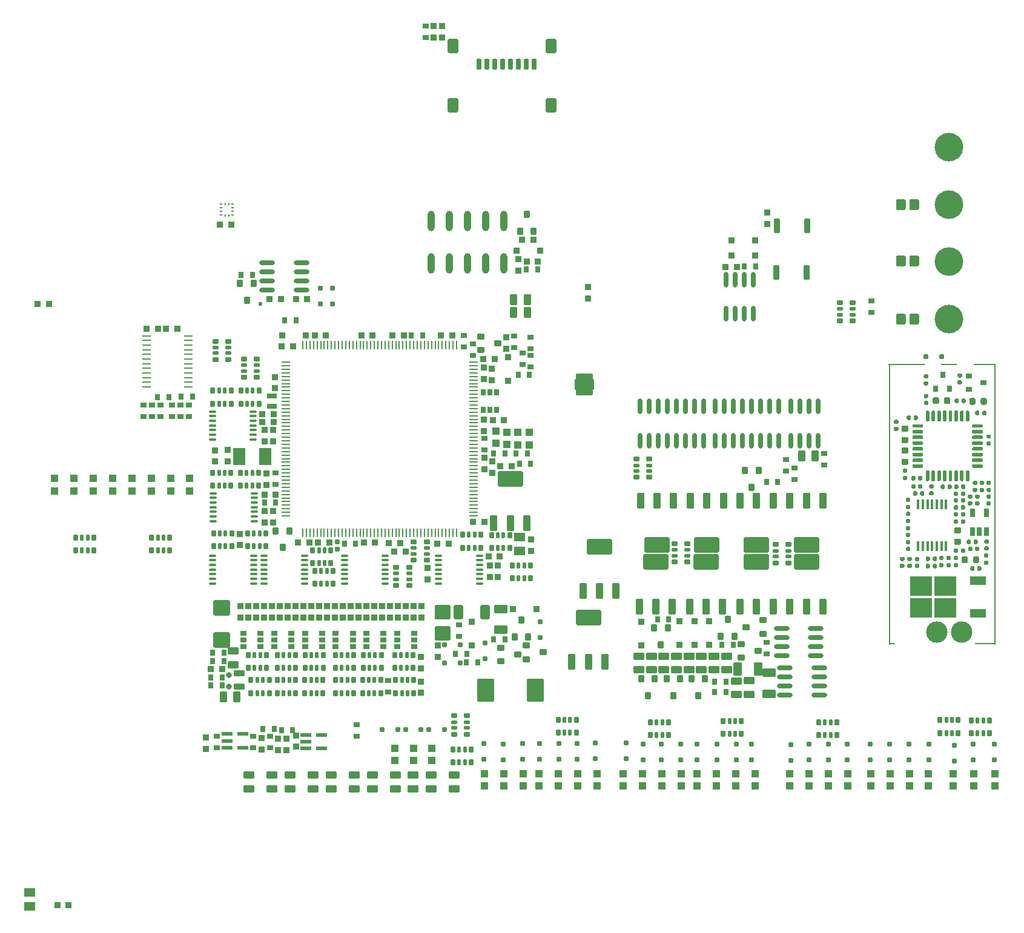
<source format=gtp>
G75*
G70*
%OFA0B0*%
%FSLAX25Y25*%
%IPPOS*%
%LPD*%
%AMOC8*
5,1,8,0,0,1.08239X$1,22.5*
%
%AMM1*
21,1,0.043310,0.075980,0.000000,0.000000,0.000000*
21,1,0.034650,0.084650,0.000000,0.000000,0.000000*
1,1,0.008660,0.017320,-0.037990*
1,1,0.008660,-0.017320,-0.037990*
1,1,0.008660,-0.017320,0.037990*
1,1,0.008660,0.017320,0.037990*
%
%AMM10*
21,1,0.027560,0.030710,0.000000,0.000000,180.000000*
21,1,0.022050,0.036220,0.000000,0.000000,180.000000*
1,1,0.005510,-0.011020,0.015350*
1,1,0.005510,0.011020,0.015350*
1,1,0.005510,0.011020,-0.015350*
1,1,0.005510,-0.011020,-0.015350*
%
%AMM103*
21,1,0.106300,0.050390,0.000000,0.000000,0.000000*
21,1,0.093700,0.062990,0.000000,0.000000,0.000000*
1,1,0.012600,0.046850,-0.025200*
1,1,0.012600,-0.046850,-0.025200*
1,1,0.012600,-0.046850,0.025200*
1,1,0.012600,0.046850,0.025200*
%
%AMM104*
21,1,0.074800,0.083460,0.000000,0.000000,180.000000*
21,1,0.059840,0.098430,0.000000,0.000000,180.000000*
1,1,0.014960,-0.029920,0.041730*
1,1,0.014960,0.029920,0.041730*
1,1,0.014960,0.029920,-0.041730*
1,1,0.014960,-0.029920,-0.041730*
%
%AMM105*
21,1,0.122050,0.075590,0.000000,0.000000,270.000000*
21,1,0.103150,0.094490,0.000000,0.000000,270.000000*
1,1,0.018900,-0.037800,-0.051580*
1,1,0.018900,-0.037800,0.051580*
1,1,0.018900,0.037800,0.051580*
1,1,0.018900,0.037800,-0.051580*
%
%AMM106*
21,1,0.078740,0.053540,0.000000,0.000000,180.000000*
21,1,0.065350,0.066930,0.000000,0.000000,180.000000*
1,1,0.013390,-0.032680,0.026770*
1,1,0.013390,0.032680,0.026770*
1,1,0.013390,0.032680,-0.026770*
1,1,0.013390,-0.032680,-0.026770*
%
%AMM107*
21,1,0.070870,0.036220,0.000000,0.000000,180.000000*
21,1,0.061810,0.045280,0.000000,0.000000,180.000000*
1,1,0.009060,-0.030910,0.018110*
1,1,0.009060,0.030910,0.018110*
1,1,0.009060,0.030910,-0.018110*
1,1,0.009060,-0.030910,-0.018110*
%
%AMM108*
21,1,0.086610,0.073230,0.000000,0.000000,90.000000*
21,1,0.069290,0.090550,0.000000,0.000000,90.000000*
1,1,0.017320,0.036610,0.034650*
1,1,0.017320,0.036610,-0.034650*
1,1,0.017320,-0.036610,-0.034650*
1,1,0.017320,-0.036610,0.034650*
%
%AMM11*
21,1,0.033470,0.026770,0.000000,0.000000,0.000000*
21,1,0.026770,0.033470,0.000000,0.000000,0.000000*
1,1,0.006690,0.013390,-0.013390*
1,1,0.006690,-0.013390,-0.013390*
1,1,0.006690,-0.013390,0.013390*
1,1,0.006690,0.013390,0.013390*
%
%AMM115*
21,1,0.078740,0.045670,0.000000,0.000000,270.000000*
21,1,0.067320,0.057090,0.000000,0.000000,270.000000*
1,1,0.011420,-0.022840,-0.033660*
1,1,0.011420,-0.022840,0.033660*
1,1,0.011420,0.022840,0.033660*
1,1,0.011420,0.022840,-0.033660*
%
%AMM116*
21,1,0.059060,0.020470,0.000000,0.000000,270.000000*
21,1,0.053940,0.025590,0.000000,0.000000,270.000000*
1,1,0.005120,-0.010240,-0.026970*
1,1,0.005120,-0.010240,0.026970*
1,1,0.005120,0.010240,0.026970*
1,1,0.005120,0.010240,-0.026970*
%
%AMM119*
21,1,0.094490,0.111020,0.000000,0.000000,180.000000*
21,1,0.075590,0.129920,0.000000,0.000000,180.000000*
1,1,0.018900,-0.037800,0.055510*
1,1,0.018900,0.037800,0.055510*
1,1,0.018900,0.037800,-0.055510*
1,1,0.018900,-0.037800,-0.055510*
%
%AMM12*
21,1,0.027560,0.030710,0.000000,0.000000,270.000000*
21,1,0.022050,0.036220,0.000000,0.000000,270.000000*
1,1,0.005510,-0.015350,-0.011020*
1,1,0.005510,-0.015350,0.011020*
1,1,0.005510,0.015350,0.011020*
1,1,0.005510,0.015350,-0.011020*
%
%AMM120*
21,1,0.035830,0.026770,0.000000,0.000000,0.000000*
21,1,0.029130,0.033470,0.000000,0.000000,0.000000*
1,1,0.006690,0.014570,-0.013390*
1,1,0.006690,-0.014570,-0.013390*
1,1,0.006690,-0.014570,0.013390*
1,1,0.006690,0.014570,0.013390*
%
%AMM121*
21,1,0.035430,0.030320,0.000000,0.000000,0.000000*
21,1,0.028350,0.037400,0.000000,0.000000,0.000000*
1,1,0.007090,0.014170,-0.015160*
1,1,0.007090,-0.014170,-0.015160*
1,1,0.007090,-0.014170,0.015160*
1,1,0.007090,0.014170,0.015160*
%
%AMM122*
21,1,0.078740,0.070870,0.000000,0.000000,270.000000*
21,1,0.062990,0.086610,0.000000,0.000000,270.000000*
1,1,0.015750,-0.035430,-0.031500*
1,1,0.015750,-0.035430,0.031500*
1,1,0.015750,0.035430,0.031500*
1,1,0.015750,0.035430,-0.031500*
%
%AMM123*
21,1,0.051180,0.068500,0.000000,0.000000,180.000000*
21,1,0.040950,0.078740,0.000000,0.000000,180.000000*
1,1,0.010240,-0.020470,0.034250*
1,1,0.010240,0.020470,0.034250*
1,1,0.010240,0.020470,-0.034250*
1,1,0.010240,-0.020470,-0.034250*
%
%AMM124*
21,1,0.035830,0.026770,0.000000,0.000000,90.000000*
21,1,0.029130,0.033470,0.000000,0.000000,90.000000*
1,1,0.006690,0.013390,0.014570*
1,1,0.006690,0.013390,-0.014570*
1,1,0.006690,-0.013390,-0.014570*
1,1,0.006690,-0.013390,0.014570*
%
%AMM13*
21,1,0.031500,0.072440,0.000000,0.000000,0.000000*
21,1,0.025200,0.078740,0.000000,0.000000,0.000000*
1,1,0.006300,0.012600,-0.036220*
1,1,0.006300,-0.012600,-0.036220*
1,1,0.006300,-0.012600,0.036220*
1,1,0.006300,0.012600,0.036220*
%
%AMM131*
21,1,0.021650,0.052760,0.000000,0.000000,270.000000*
21,1,0.017320,0.057090,0.000000,0.000000,270.000000*
1,1,0.004330,-0.026380,-0.008660*
1,1,0.004330,-0.026380,0.008660*
1,1,0.004330,0.026380,0.008660*
1,1,0.004330,0.026380,-0.008660*
%
%AMM133*
21,1,0.070870,0.036220,0.000000,0.000000,270.000000*
21,1,0.061810,0.045280,0.000000,0.000000,270.000000*
1,1,0.009060,-0.018110,-0.030910*
1,1,0.009060,-0.018110,0.030910*
1,1,0.009060,0.018110,0.030910*
1,1,0.009060,0.018110,-0.030910*
%
%AMM134*
21,1,0.035430,0.030320,0.000000,0.000000,90.000000*
21,1,0.028350,0.037400,0.000000,0.000000,90.000000*
1,1,0.007090,0.015160,0.014170*
1,1,0.007090,0.015160,-0.014170*
1,1,0.007090,-0.015160,-0.014170*
1,1,0.007090,-0.015160,0.014170*
%
%AMM135*
21,1,0.043310,0.075980,0.000000,0.000000,180.000000*
21,1,0.034650,0.084650,0.000000,0.000000,180.000000*
1,1,0.008660,-0.017320,0.037990*
1,1,0.008660,0.017320,0.037990*
1,1,0.008660,0.017320,-0.037990*
1,1,0.008660,-0.017320,-0.037990*
%
%AMM136*
21,1,0.043310,0.075990,0.000000,0.000000,180.000000*
21,1,0.034650,0.084650,0.000000,0.000000,180.000000*
1,1,0.008660,-0.017320,0.037990*
1,1,0.008660,0.017320,0.037990*
1,1,0.008660,0.017320,-0.037990*
1,1,0.008660,-0.017320,-0.037990*
%
%AMM137*
21,1,0.137800,0.067720,0.000000,0.000000,180.000000*
21,1,0.120870,0.084650,0.000000,0.000000,180.000000*
1,1,0.016930,-0.060430,0.033860*
1,1,0.016930,0.060430,0.033860*
1,1,0.016930,0.060430,-0.033860*
1,1,0.016930,-0.060430,-0.033860*
%
%AMM138*
21,1,0.025590,0.026380,0.000000,0.000000,90.000000*
21,1,0.020470,0.031500,0.000000,0.000000,90.000000*
1,1,0.005120,0.013190,0.010240*
1,1,0.005120,0.013190,-0.010240*
1,1,0.005120,-0.013190,-0.010240*
1,1,0.005120,-0.013190,0.010240*
%
%AMM139*
21,1,0.017720,0.027950,0.000000,0.000000,90.000000*
21,1,0.014170,0.031500,0.000000,0.000000,90.000000*
1,1,0.003540,0.013980,0.007090*
1,1,0.003540,0.013980,-0.007090*
1,1,0.003540,-0.013980,-0.007090*
1,1,0.003540,-0.013980,0.007090*
%
%AMM14*
21,1,0.051180,0.048820,0.000000,0.000000,0.000000*
21,1,0.040950,0.059060,0.000000,0.000000,0.000000*
1,1,0.010240,0.020470,-0.024410*
1,1,0.010240,-0.020470,-0.024410*
1,1,0.010240,-0.020470,0.024410*
1,1,0.010240,0.020470,0.024410*
%
%AMM15*
21,1,0.039370,0.049210,0.000000,0.000000,90.000000*
21,1,0.031500,0.057090,0.000000,0.000000,90.000000*
1,1,0.007870,0.024610,0.015750*
1,1,0.007870,0.024610,-0.015750*
1,1,0.007870,-0.024610,-0.015750*
1,1,0.007870,-0.024610,0.015750*
%
%AMM16*
21,1,0.025590,0.026380,0.000000,0.000000,270.000000*
21,1,0.020470,0.031500,0.000000,0.000000,270.000000*
1,1,0.005120,-0.013190,-0.010240*
1,1,0.005120,-0.013190,0.010240*
1,1,0.005120,0.013190,0.010240*
1,1,0.005120,0.013190,-0.010240*
%
%AMM17*
21,1,0.017720,0.027950,0.000000,0.000000,270.000000*
21,1,0.014170,0.031500,0.000000,0.000000,270.000000*
1,1,0.003540,-0.013980,-0.007090*
1,1,0.003540,-0.013980,0.007090*
1,1,0.003540,0.013980,0.007090*
1,1,0.003540,0.013980,-0.007090*
%
%AMM18*
21,1,0.033470,0.026770,0.000000,0.000000,90.000000*
21,1,0.026770,0.033470,0.000000,0.000000,90.000000*
1,1,0.006690,0.013390,0.013390*
1,1,0.006690,0.013390,-0.013390*
1,1,0.006690,-0.013390,-0.013390*
1,1,0.006690,-0.013390,0.013390*
%
%AMM2*
21,1,0.043310,0.075990,0.000000,0.000000,0.000000*
21,1,0.034650,0.084650,0.000000,0.000000,0.000000*
1,1,0.008660,0.017320,-0.037990*
1,1,0.008660,-0.017320,-0.037990*
1,1,0.008660,-0.017320,0.037990*
1,1,0.008660,0.017320,0.037990*
%
%AMM3*
21,1,0.137800,0.067720,0.000000,0.000000,0.000000*
21,1,0.120870,0.084650,0.000000,0.000000,0.000000*
1,1,0.016930,0.060430,-0.033860*
1,1,0.016930,-0.060430,-0.033860*
1,1,0.016930,-0.060430,0.033860*
1,1,0.016930,0.060430,0.033860*
%
%AMM4*
21,1,0.025590,0.026380,0.000000,0.000000,0.000000*
21,1,0.020470,0.031500,0.000000,0.000000,0.000000*
1,1,0.005120,0.010240,-0.013190*
1,1,0.005120,-0.010240,-0.013190*
1,1,0.005120,-0.010240,0.013190*
1,1,0.005120,0.010240,0.013190*
%
%AMM5*
21,1,0.017720,0.027950,0.000000,0.000000,0.000000*
21,1,0.014170,0.031500,0.000000,0.000000,0.000000*
1,1,0.003540,0.007090,-0.013980*
1,1,0.003540,-0.007090,-0.013980*
1,1,0.003540,-0.007090,0.013980*
1,1,0.003540,0.007090,0.013980*
%
%AMM6*
21,1,0.023620,0.018900,0.000000,0.000000,270.000000*
21,1,0.018900,0.023620,0.000000,0.000000,270.000000*
1,1,0.004720,-0.009450,-0.009450*
1,1,0.004720,-0.009450,0.009450*
1,1,0.004720,0.009450,0.009450*
1,1,0.004720,0.009450,-0.009450*
%
%AMM7*
21,1,0.039370,0.049210,0.000000,0.000000,0.000000*
21,1,0.031500,0.057090,0.000000,0.000000,0.000000*
1,1,0.007870,0.015750,-0.024610*
1,1,0.007870,-0.015750,-0.024610*
1,1,0.007870,-0.015750,0.024610*
1,1,0.007870,0.015750,0.024610*
%
%AMM71*
21,1,0.035430,0.050000,0.000000,0.000000,270.000000*
21,1,0.028350,0.057090,0.000000,0.000000,270.000000*
1,1,0.007090,-0.025000,-0.014170*
1,1,0.007090,-0.025000,0.014170*
1,1,0.007090,0.025000,0.014170*
1,1,0.007090,0.025000,-0.014170*
%
%AMM72*
21,1,0.086610,0.073230,0.000000,0.000000,270.000000*
21,1,0.069290,0.090550,0.000000,0.000000,270.000000*
1,1,0.017320,-0.036610,-0.034650*
1,1,0.017320,-0.036610,0.034650*
1,1,0.017320,0.036610,0.034650*
1,1,0.017320,0.036610,-0.034650*
%
%AMM73*
21,1,0.027560,0.030710,0.000000,0.000000,90.000000*
21,1,0.022050,0.036220,0.000000,0.000000,90.000000*
1,1,0.005510,0.015350,0.011020*
1,1,0.005510,0.015350,-0.011020*
1,1,0.005510,-0.015350,-0.011020*
1,1,0.005510,-0.015350,0.011020*
%
%AMM74*
21,1,0.039370,0.049210,0.000000,0.000000,180.000000*
21,1,0.031500,0.057090,0.000000,0.000000,180.000000*
1,1,0.007870,-0.015750,0.024610*
1,1,0.007870,0.015750,0.024610*
1,1,0.007870,0.015750,-0.024610*
1,1,0.007870,-0.015750,-0.024610*
%
%AMM75*
21,1,0.023620,0.030710,0.000000,0.000000,90.000000*
21,1,0.018900,0.035430,0.000000,0.000000,90.000000*
1,1,0.004720,0.015350,0.009450*
1,1,0.004720,0.015350,-0.009450*
1,1,0.004720,-0.015350,-0.009450*
1,1,0.004720,-0.015350,0.009450*
%
%AMM76*
21,1,0.033470,0.026770,0.000000,0.000000,270.000000*
21,1,0.026770,0.033470,0.000000,0.000000,270.000000*
1,1,0.006690,-0.013390,-0.013390*
1,1,0.006690,-0.013390,0.013390*
1,1,0.006690,0.013390,0.013390*
1,1,0.006690,0.013390,-0.013390*
%
%AMM77*
21,1,0.027560,0.030710,0.000000,0.000000,0.000000*
21,1,0.022050,0.036220,0.000000,0.000000,0.000000*
1,1,0.005510,0.011020,-0.015350*
1,1,0.005510,-0.011020,-0.015350*
1,1,0.005510,-0.011020,0.015350*
1,1,0.005510,0.011020,0.015350*
%
%AMM78*
21,1,0.033470,0.026770,0.000000,0.000000,180.000000*
21,1,0.026770,0.033470,0.000000,0.000000,180.000000*
1,1,0.006690,-0.013390,0.013390*
1,1,0.006690,0.013390,0.013390*
1,1,0.006690,0.013390,-0.013390*
1,1,0.006690,-0.013390,-0.013390*
%
%AMM8*
21,1,0.039370,0.035430,0.000000,0.000000,270.000000*
21,1,0.031500,0.043310,0.000000,0.000000,270.000000*
1,1,0.007870,-0.017720,-0.015750*
1,1,0.007870,-0.017720,0.015750*
1,1,0.007870,0.017720,0.015750*
1,1,0.007870,0.017720,-0.015750*
%
%AMM87*
21,1,0.027560,0.018900,0.000000,0.000000,180.000000*
21,1,0.022840,0.023620,0.000000,0.000000,180.000000*
1,1,0.004720,-0.011420,0.009450*
1,1,0.004720,0.011420,0.009450*
1,1,0.004720,0.011420,-0.009450*
1,1,0.004720,-0.011420,-0.009450*
%
%AMM88*
21,1,0.035430,0.030320,0.000000,0.000000,270.000000*
21,1,0.028350,0.037400,0.000000,0.000000,270.000000*
1,1,0.007090,-0.015160,-0.014170*
1,1,0.007090,-0.015160,0.014170*
1,1,0.007090,0.015160,0.014170*
1,1,0.007090,0.015160,-0.014170*
%
%AMM89*
21,1,0.023620,0.030710,0.000000,0.000000,180.000000*
21,1,0.018900,0.035430,0.000000,0.000000,180.000000*
1,1,0.004720,-0.009450,0.015350*
1,1,0.004720,0.009450,0.015350*
1,1,0.004720,0.009450,-0.015350*
1,1,0.004720,-0.009450,-0.015350*
%
%AMM9*
21,1,0.023620,0.018900,0.000000,0.000000,180.000000*
21,1,0.018900,0.023620,0.000000,0.000000,180.000000*
1,1,0.004720,-0.009450,0.009450*
1,1,0.004720,0.009450,0.009450*
1,1,0.004720,0.009450,-0.009450*
1,1,0.004720,-0.009450,-0.009450*
%
%AMM90*
21,1,0.035830,0.026770,0.000000,0.000000,270.000000*
21,1,0.029130,0.033470,0.000000,0.000000,270.000000*
1,1,0.006690,-0.013390,-0.014570*
1,1,0.006690,-0.013390,0.014570*
1,1,0.006690,0.013390,0.014570*
1,1,0.006690,0.013390,-0.014570*
%
%AMM91*
21,1,0.035430,0.030320,0.000000,0.000000,180.000000*
21,1,0.028350,0.037400,0.000000,0.000000,180.000000*
1,1,0.007090,-0.014170,0.015160*
1,1,0.007090,0.014170,0.015160*
1,1,0.007090,0.014170,-0.015160*
1,1,0.007090,-0.014170,-0.015160*
%
%AMM92*
21,1,0.027560,0.049610,0.000000,0.000000,270.000000*
21,1,0.022050,0.055120,0.000000,0.000000,270.000000*
1,1,0.005510,-0.024800,-0.011020*
1,1,0.005510,-0.024800,0.011020*
1,1,0.005510,0.024800,0.011020*
1,1,0.005510,0.024800,-0.011020*
%
%AMM93*
21,1,0.035830,0.026770,0.000000,0.000000,180.000000*
21,1,0.029130,0.033470,0.000000,0.000000,180.000000*
1,1,0.006690,-0.014570,0.013390*
1,1,0.006690,0.014570,0.013390*
1,1,0.006690,0.014570,-0.013390*
1,1,0.006690,-0.014570,-0.013390*
%
%ADD101M2*%
%ADD106M92*%
%ADD118M103*%
%ADD119M139*%
%ADD120R,0.19882X0.00984*%
%ADD126M88*%
%ADD128R,0.05906X0.05118*%
%ADD140M107*%
%ADD142C,0.02362*%
%ADD144R,0.03740X0.00984*%
%ADD158M14*%
%ADD164M78*%
%ADD166R,0.00984X1.54528*%
%ADD167M87*%
%ADD173M1*%
%ADD177M71*%
%ADD182M137*%
%ADD188O,0.08661X0.01968*%
%ADD189M104*%
%ADD19R,0.01378X0.00984*%
%ADD190M90*%
%ADD194R,0.06693X0.09449*%
%ADD198M15*%
%ADD199M9*%
%ADD20R,0.12205X0.00984*%
%ADD206O,0.02362X0.08661*%
%ADD207M122*%
%ADD21O,0.05118X0.00866*%
%ADD216M72*%
%ADD218O,0.01968X0.03937*%
%ADD223M120*%
%ADD229O,0.04016X0.11221*%
%ADD232M7*%
%ADD233C,0.15748*%
%ADD236O,0.04961X0.00984*%
%ADD242R,0.08858X0.00984*%
%ADD243M12*%
%ADD245M8*%
%ADD262M73*%
%ADD268C,0.03150*%
%ADD269M6*%
%ADD272R,0.03543X0.03150*%
%ADD276M13*%
%ADD28M123*%
%ADD285M131*%
%ADD29M89*%
%ADD292M17*%
%ADD293M18*%
%ADD296M135*%
%ADD30M108*%
%ADD303M134*%
%ADD304M136*%
%ADD308O,0.08661X0.02362*%
%ADD31M121*%
%ADD314R,0.11614X0.00984*%
%ADD317M116*%
%ADD32M5*%
%ADD320O,0.00866X0.05118*%
%ADD322M119*%
%ADD323M10*%
%ADD330M74*%
%ADD334R,0.02559X0.04803*%
%ADD335R,0.01772X0.05709*%
%ADD336R,0.08661X0.04724*%
%ADD338R,0.12008X0.10827*%
%ADD38R,0.00984X0.01378*%
%ADD40M93*%
%ADD42O,0.04331X0.01181*%
%ADD43M11*%
%ADD44M75*%
%ADD48M91*%
%ADD51M105*%
%ADD55M115*%
%ADD59R,0.03150X0.03543*%
%ADD61M124*%
%ADD65M3*%
%ADD75M16*%
%ADD76M4*%
%ADD77M133*%
%ADD85C,0.11811*%
%ADD89M76*%
%ADD92M138*%
%ADD93M77*%
%ADD97M106*%
X0000000Y0000000D02*
G01*
G75*
D173*
X0362008Y0256594D02*
D03*
X0380118Y0256594D02*
D03*
X0355807Y0217618D02*
D03*
X0373917Y0217618D02*
D03*
D101*
X0371063Y0256594D02*
D03*
X0364862Y0217618D02*
D03*
D65*
X0371063Y0281004D02*
D03*
X0364862Y0242028D02*
D03*
D76*
X0491634Y0177362D02*
D03*
X0491634Y0184449D02*
D03*
X0501673Y0184449D02*
D03*
X0501673Y0177362D02*
D03*
X0092714Y0286164D02*
D03*
X0092714Y0279078D02*
D03*
X0082675Y0279078D02*
D03*
X0082675Y0286164D02*
D03*
X0124407Y0286164D02*
D03*
X0124407Y0279078D02*
D03*
X0134447Y0279078D02*
D03*
X0134447Y0286164D02*
D03*
X0408957Y0177264D02*
D03*
X0408957Y0184350D02*
D03*
X0398917Y0184350D02*
D03*
X0398917Y0177264D02*
D03*
X0449114Y0177953D02*
D03*
X0449114Y0185039D02*
D03*
X0439075Y0185039D02*
D03*
X0439075Y0177953D02*
D03*
X0358268Y0178740D02*
D03*
X0358268Y0185827D02*
D03*
X0348228Y0185827D02*
D03*
X0348228Y0178740D02*
D03*
X0568504Y0178543D02*
D03*
X0568504Y0185630D02*
D03*
X0558465Y0185630D02*
D03*
X0558465Y0178543D02*
D03*
X0575591Y0178347D02*
D03*
X0575591Y0185433D02*
D03*
X0585630Y0185433D02*
D03*
X0585630Y0178347D02*
D03*
X0300394Y0169488D02*
D03*
X0300394Y0162402D02*
D03*
X0290354Y0162402D02*
D03*
X0290354Y0169488D02*
D03*
D32*
X0495079Y0177362D02*
D03*
X0498228Y0177362D02*
D03*
X0498228Y0184449D02*
D03*
X0495079Y0184449D02*
D03*
X0089269Y0286164D02*
D03*
X0086120Y0286164D02*
D03*
X0086120Y0279078D02*
D03*
X0089269Y0279078D02*
D03*
X0131002Y0279078D02*
D03*
X0127852Y0279078D02*
D03*
X0127852Y0286164D02*
D03*
X0131002Y0286164D02*
D03*
X0402362Y0184350D02*
D03*
X0405512Y0184350D02*
D03*
X0405512Y0177264D02*
D03*
X0402362Y0177264D02*
D03*
X0442520Y0185039D02*
D03*
X0445669Y0185039D02*
D03*
X0445669Y0177953D02*
D03*
X0442520Y0177953D02*
D03*
X0351673Y0185827D02*
D03*
X0354823Y0185827D02*
D03*
X0354823Y0178740D02*
D03*
X0351673Y0178740D02*
D03*
X0561909Y0185630D02*
D03*
X0565059Y0185630D02*
D03*
X0565059Y0178543D02*
D03*
X0561909Y0178543D02*
D03*
X0579035Y0178347D02*
D03*
X0582185Y0178347D02*
D03*
X0582185Y0185433D02*
D03*
X0579035Y0185433D02*
D03*
X0296949Y0169488D02*
D03*
X0293799Y0169488D02*
D03*
X0293799Y0162402D02*
D03*
X0296949Y0162402D02*
D03*
D269*
X0550787Y0385827D02*
D03*
X0559449Y0385827D02*
D03*
X0285827Y0180216D02*
D03*
X0277165Y0180216D02*
D03*
X0259842Y0180216D02*
D03*
X0251181Y0180216D02*
D03*
X0272835Y0180216D02*
D03*
X0264173Y0180216D02*
D03*
D232*
X0331201Y0416929D02*
D03*
X0323721Y0416929D02*
D03*
X0331201Y0410138D02*
D03*
X0323721Y0410138D02*
D03*
D245*
X0588583Y0155905D02*
D03*
X0588583Y0149213D02*
D03*
X0278543Y0163386D02*
D03*
X0278543Y0170079D02*
D03*
X0071061Y0311854D02*
D03*
X0071061Y0318546D02*
D03*
X0081691Y0311854D02*
D03*
X0081691Y0318546D02*
D03*
X0092321Y0311854D02*
D03*
X0092321Y0318546D02*
D03*
X0102950Y0311854D02*
D03*
X0102950Y0318546D02*
D03*
X0113580Y0311854D02*
D03*
X0113580Y0318546D02*
D03*
X0124210Y0311854D02*
D03*
X0124210Y0318546D02*
D03*
X0134840Y0311854D02*
D03*
X0134840Y0318546D02*
D03*
X0145470Y0311854D02*
D03*
X0145470Y0318546D02*
D03*
X0415945Y0149213D02*
D03*
X0415945Y0155905D02*
D03*
X0405315Y0149213D02*
D03*
X0405315Y0155905D02*
D03*
X0394685Y0149213D02*
D03*
X0394685Y0155905D02*
D03*
X0384055Y0149213D02*
D03*
X0384055Y0155905D02*
D03*
X0348327Y0149213D02*
D03*
X0348327Y0155905D02*
D03*
X0424803Y0149213D02*
D03*
X0424803Y0155905D02*
D03*
X0358957Y0149213D02*
D03*
X0358957Y0155905D02*
D03*
X0435433Y0149213D02*
D03*
X0435433Y0155905D02*
D03*
X0456693Y0149213D02*
D03*
X0456693Y0155905D02*
D03*
X0446063Y0149213D02*
D03*
X0446063Y0155905D02*
D03*
X0337697Y0149213D02*
D03*
X0337697Y0155905D02*
D03*
X0369587Y0149213D02*
D03*
X0369587Y0155905D02*
D03*
X0552165Y0155905D02*
D03*
X0552165Y0149213D02*
D03*
X0541536Y0155905D02*
D03*
X0541536Y0149213D02*
D03*
X0530906Y0155905D02*
D03*
X0530906Y0149213D02*
D03*
X0520276Y0155905D02*
D03*
X0520276Y0149213D02*
D03*
X0475787Y0155905D02*
D03*
X0475787Y0149213D02*
D03*
X0486417Y0155905D02*
D03*
X0486417Y0149213D02*
D03*
X0497047Y0155905D02*
D03*
X0497047Y0149213D02*
D03*
X0507677Y0155905D02*
D03*
X0507677Y0149213D02*
D03*
X0565551Y0155905D02*
D03*
X0565551Y0149213D02*
D03*
X0307677Y0155905D02*
D03*
X0307677Y0149213D02*
D03*
X0576958Y0155905D02*
D03*
X0576958Y0149213D02*
D03*
X0318307Y0155905D02*
D03*
X0318307Y0149213D02*
D03*
X0328937Y0155905D02*
D03*
X0328937Y0149213D02*
D03*
X0258465Y0163386D02*
D03*
X0258465Y0170079D02*
D03*
X0268701Y0163386D02*
D03*
X0268701Y0170079D02*
D03*
D199*
X0217421Y0414862D02*
D03*
X0217421Y0423524D02*
D03*
X0224016Y0414862D02*
D03*
X0224016Y0423524D02*
D03*
X0454528Y0172441D02*
D03*
X0454528Y0163779D02*
D03*
X0348524Y0172835D02*
D03*
X0348524Y0164173D02*
D03*
X0435630Y0172441D02*
D03*
X0435630Y0163779D02*
D03*
X0405118Y0172441D02*
D03*
X0405118Y0163779D02*
D03*
X0415748Y0172441D02*
D03*
X0415748Y0163779D02*
D03*
X0394882Y0172441D02*
D03*
X0394882Y0163779D02*
D03*
X0424606Y0172441D02*
D03*
X0424606Y0163779D02*
D03*
X0368701Y0172933D02*
D03*
X0368701Y0164272D02*
D03*
X0358760Y0172835D02*
D03*
X0358760Y0164173D02*
D03*
X0337894Y0172835D02*
D03*
X0337894Y0164173D02*
D03*
X0385827Y0172933D02*
D03*
X0385827Y0164272D02*
D03*
X0446260Y0172441D02*
D03*
X0446260Y0163779D02*
D03*
X0552362Y0163779D02*
D03*
X0552362Y0172441D02*
D03*
X0541339Y0163779D02*
D03*
X0541339Y0172441D02*
D03*
X0530709Y0163779D02*
D03*
X0530709Y0172441D02*
D03*
X0520079Y0163779D02*
D03*
X0520079Y0172441D02*
D03*
X0476378Y0163386D02*
D03*
X0476378Y0172047D02*
D03*
X0486221Y0163779D02*
D03*
X0486221Y0172441D02*
D03*
X0496850Y0163779D02*
D03*
X0496850Y0172441D02*
D03*
X0507480Y0163779D02*
D03*
X0507480Y0172441D02*
D03*
X0566437Y0162992D02*
D03*
X0566437Y0171653D02*
D03*
X0307480Y0164173D02*
D03*
X0307480Y0172835D02*
D03*
X0576772Y0163779D02*
D03*
X0576772Y0172441D02*
D03*
X0318110Y0163779D02*
D03*
X0318110Y0172441D02*
D03*
X0588386Y0163779D02*
D03*
X0588386Y0172441D02*
D03*
X0328740Y0163976D02*
D03*
X0328740Y0172638D02*
D03*
D323*
X0204134Y0405709D02*
D03*
X0197835Y0405709D02*
D03*
D144*
X0531988Y0227756D02*
D03*
D166*
X0530610Y0304528D02*
D03*
X0588681Y0304528D02*
D03*
D242*
X0563484Y0381299D02*
D03*
D20*
X0583071Y0381299D02*
D03*
D120*
X0540059Y0381299D02*
D03*
D314*
X0583366Y0227756D02*
D03*
D85*
X0570472Y0234154D02*
D03*
X0556693Y0234154D02*
D03*
D128*
X0057382Y0090650D02*
D03*
X0057382Y0083169D02*
D03*
D43*
X0078799Y0083563D02*
D03*
X0072579Y0083563D02*
D03*
X0168268Y0458465D02*
D03*
X0162047Y0458465D02*
D03*
X0061654Y0414764D02*
D03*
X0067874Y0414764D02*
D03*
D243*
X0520571Y0416240D02*
D03*
X0520571Y0409941D02*
D03*
X0237402Y0176772D02*
D03*
X0237402Y0183071D02*
D03*
D19*
X0162795Y0467618D02*
D03*
X0162795Y0465650D02*
D03*
X0162795Y0469587D02*
D03*
X0162795Y0463681D02*
D03*
X0169095Y0469587D02*
D03*
X0169095Y0467618D02*
D03*
X0169095Y0465650D02*
D03*
X0169095Y0463681D02*
D03*
D38*
X0164961Y0469783D02*
D03*
X0166929Y0469783D02*
D03*
X0166929Y0463484D02*
D03*
X0164961Y0463484D02*
D03*
D276*
X0485236Y0457579D02*
D03*
X0468701Y0457579D02*
D03*
X0485039Y0431988D02*
D03*
X0468504Y0431988D02*
D03*
D158*
X0544488Y0469488D02*
D03*
X0537008Y0469488D02*
D03*
X0537008Y0406398D02*
D03*
X0544488Y0406398D02*
D03*
X0544488Y0438268D02*
D03*
X0537008Y0438268D02*
D03*
D233*
X0563189Y0500984D02*
D03*
X0563189Y0406496D02*
D03*
X0563189Y0437992D02*
D03*
X0563189Y0469488D02*
D03*
D198*
X0258661Y0155315D02*
D03*
X0258661Y0147835D02*
D03*
X0190748Y0155315D02*
D03*
X0190748Y0147835D02*
D03*
X0200591Y0155315D02*
D03*
X0200591Y0147835D02*
D03*
X0291142Y0147835D02*
D03*
X0291142Y0155315D02*
D03*
X0245866Y0147835D02*
D03*
X0245866Y0155315D02*
D03*
X0236024Y0147835D02*
D03*
X0236024Y0155315D02*
D03*
X0223228Y0147835D02*
D03*
X0223228Y0155315D02*
D03*
X0213386Y0147835D02*
D03*
X0213386Y0155315D02*
D03*
X0177953Y0147835D02*
D03*
X0177953Y0155315D02*
D03*
X0278346Y0155315D02*
D03*
X0278346Y0147835D02*
D03*
X0268504Y0155315D02*
D03*
X0268504Y0147835D02*
D03*
D75*
X0290945Y0187894D02*
D03*
X0298031Y0187894D02*
D03*
X0298031Y0177854D02*
D03*
X0290945Y0177854D02*
D03*
X0510433Y0415453D02*
D03*
X0503346Y0415453D02*
D03*
X0503346Y0405413D02*
D03*
X0510433Y0405413D02*
D03*
D292*
X0290945Y0184449D02*
D03*
X0290945Y0181299D02*
D03*
X0298031Y0181299D02*
D03*
X0298031Y0184449D02*
D03*
X0503346Y0408858D02*
D03*
X0503346Y0412008D02*
D03*
X0510433Y0412008D02*
D03*
X0510433Y0408858D02*
D03*
D293*
X0463484Y0458701D02*
D03*
X0463484Y0464921D02*
D03*
X0364728Y0417717D02*
D03*
X0364728Y0423937D02*
D03*
X0154331Y0194882D02*
G01*
G75*
D177*
X0172638Y0211417D02*
D03*
X0172638Y0203937D02*
D03*
D216*
X0162992Y0247540D02*
D03*
X0162992Y0229823D02*
D03*
D262*
X0254626Y0201181D02*
D03*
X0254626Y0207480D02*
D03*
D330*
X0171359Y0198425D02*
D03*
X0163878Y0198425D02*
D03*
D268*
X0167126Y0210236D02*
D03*
X0167126Y0203937D02*
D03*
D44*
X0269095Y0225886D02*
D03*
X0269095Y0229626D02*
D03*
X0269095Y0233366D02*
D03*
X0259646Y0233366D02*
D03*
X0259646Y0229626D02*
D03*
X0259646Y0225886D02*
D03*
X0191929Y0225886D02*
D03*
X0191929Y0229626D02*
D03*
X0191929Y0233366D02*
D03*
X0201378Y0233366D02*
D03*
X0201378Y0229626D02*
D03*
X0201378Y0225886D02*
D03*
X0184449Y0225886D02*
D03*
X0184449Y0229626D02*
D03*
X0184449Y0233366D02*
D03*
X0175000Y0233366D02*
D03*
X0175000Y0229626D02*
D03*
X0175000Y0225886D02*
D03*
X0208859Y0225886D02*
D03*
X0208859Y0229626D02*
D03*
X0208859Y0233366D02*
D03*
X0218307Y0233366D02*
D03*
X0218307Y0229626D02*
D03*
X0218307Y0225886D02*
D03*
X0235236Y0225886D02*
D03*
X0235236Y0229626D02*
D03*
X0235236Y0233366D02*
D03*
X0225788Y0233366D02*
D03*
X0225788Y0229626D02*
D03*
X0225788Y0225886D02*
D03*
X0242717Y0225886D02*
D03*
X0242717Y0229626D02*
D03*
X0242717Y0233366D02*
D03*
X0252166Y0233366D02*
D03*
X0252166Y0229626D02*
D03*
X0252166Y0225886D02*
D03*
D76*
X0268800Y0200492D02*
D03*
X0268800Y0207579D02*
D03*
X0258760Y0207579D02*
D03*
X0258760Y0200492D02*
D03*
X0193701Y0200492D02*
D03*
X0193701Y0207579D02*
D03*
X0203740Y0207579D02*
D03*
X0203740Y0200492D02*
D03*
X0189174Y0200492D02*
D03*
X0189174Y0207579D02*
D03*
X0179134Y0207579D02*
D03*
X0179134Y0200492D02*
D03*
X0208760Y0200492D02*
D03*
X0208760Y0207579D02*
D03*
X0218799Y0207579D02*
D03*
X0218799Y0200492D02*
D03*
X0235630Y0200492D02*
D03*
X0235630Y0207579D02*
D03*
X0225591Y0207579D02*
D03*
X0225591Y0200492D02*
D03*
X0240552Y0200492D02*
D03*
X0240552Y0207579D02*
D03*
X0250591Y0207579D02*
D03*
X0250591Y0200492D02*
D03*
X0203642Y0214272D02*
D03*
X0203642Y0221358D02*
D03*
X0193603Y0221358D02*
D03*
X0193603Y0214272D02*
D03*
X0177658Y0214272D02*
D03*
X0177658Y0221358D02*
D03*
X0187697Y0221358D02*
D03*
X0187697Y0214272D02*
D03*
X0218898Y0214272D02*
D03*
X0218898Y0221358D02*
D03*
X0208859Y0221358D02*
D03*
X0208859Y0214272D02*
D03*
X0225591Y0214272D02*
D03*
X0225591Y0221358D02*
D03*
X0235630Y0221358D02*
D03*
X0235630Y0214272D02*
D03*
X0250886Y0214272D02*
D03*
X0250886Y0221358D02*
D03*
X0240847Y0221358D02*
D03*
X0240847Y0214272D02*
D03*
X0258268Y0214370D02*
D03*
X0258268Y0221457D02*
D03*
X0268307Y0221457D02*
D03*
X0268307Y0214370D02*
D03*
D32*
X0262205Y0207579D02*
D03*
X0265355Y0207579D02*
D03*
X0265355Y0200492D02*
D03*
X0262205Y0200492D02*
D03*
X0197146Y0200492D02*
D03*
X0200296Y0200492D02*
D03*
X0200296Y0207579D02*
D03*
X0197146Y0207579D02*
D03*
X0182579Y0207579D02*
D03*
X0185729Y0207579D02*
D03*
X0185729Y0200492D02*
D03*
X0182579Y0200492D02*
D03*
X0212205Y0200492D02*
D03*
X0215355Y0200492D02*
D03*
X0215355Y0207579D02*
D03*
X0212205Y0207579D02*
D03*
X0229036Y0207579D02*
D03*
X0232185Y0207579D02*
D03*
X0232185Y0200492D02*
D03*
X0229036Y0200492D02*
D03*
X0243996Y0200492D02*
D03*
X0247146Y0200492D02*
D03*
X0247146Y0207579D02*
D03*
X0243996Y0207579D02*
D03*
X0197048Y0221358D02*
D03*
X0200197Y0221358D02*
D03*
X0200197Y0214272D02*
D03*
X0197048Y0214272D02*
D03*
X0181103Y0214272D02*
D03*
X0184252Y0214272D02*
D03*
X0184252Y0221358D02*
D03*
X0181103Y0221358D02*
D03*
X0212304Y0221358D02*
D03*
X0215453Y0221358D02*
D03*
X0215453Y0214272D02*
D03*
X0212304Y0214272D02*
D03*
X0229036Y0214272D02*
D03*
X0232185Y0214272D02*
D03*
X0232185Y0221358D02*
D03*
X0229036Y0221358D02*
D03*
X0244292Y0221358D02*
D03*
X0247441Y0221358D02*
D03*
X0247441Y0214272D02*
D03*
X0244292Y0214272D02*
D03*
X0261713Y0214370D02*
D03*
X0264862Y0214370D02*
D03*
X0264862Y0221457D02*
D03*
X0261713Y0221457D02*
D03*
D89*
X0272835Y0200630D02*
D03*
X0272835Y0206851D02*
D03*
X0238288Y0242067D02*
D03*
X0238288Y0248288D02*
D03*
X0233957Y0248288D02*
D03*
X0233957Y0242067D02*
D03*
X0229626Y0242067D02*
D03*
X0229626Y0248288D02*
D03*
X0225296Y0248288D02*
D03*
X0225296Y0242067D02*
D03*
X0242618Y0242067D02*
D03*
X0242618Y0248288D02*
D03*
X0246949Y0248288D02*
D03*
X0246949Y0242067D02*
D03*
X0251280Y0242067D02*
D03*
X0251280Y0248288D02*
D03*
X0255610Y0248288D02*
D03*
X0255610Y0242067D02*
D03*
X0207973Y0242067D02*
D03*
X0207973Y0248288D02*
D03*
X0212304Y0248288D02*
D03*
X0212304Y0242067D02*
D03*
X0216634Y0242067D02*
D03*
X0216634Y0248288D02*
D03*
X0220965Y0248288D02*
D03*
X0220965Y0242067D02*
D03*
X0173327Y0242067D02*
D03*
X0173327Y0248288D02*
D03*
X0177658Y0248288D02*
D03*
X0177658Y0242067D02*
D03*
X0181988Y0242067D02*
D03*
X0181988Y0248288D02*
D03*
X0186319Y0248288D02*
D03*
X0186319Y0242067D02*
D03*
X0190650Y0242067D02*
D03*
X0190650Y0248288D02*
D03*
X0194981Y0248288D02*
D03*
X0194981Y0242067D02*
D03*
X0199311Y0242067D02*
D03*
X0199311Y0248288D02*
D03*
X0203642Y0248288D02*
D03*
X0203642Y0242067D02*
D03*
X0272835Y0214016D02*
D03*
X0272835Y0220236D02*
D03*
X0259941Y0242067D02*
D03*
X0259941Y0248288D02*
D03*
X0264272Y0248288D02*
D03*
X0264272Y0242067D02*
D03*
X0268603Y0242067D02*
D03*
X0268603Y0248288D02*
D03*
X0272933Y0248288D02*
D03*
X0272933Y0242067D02*
D03*
D93*
X0156890Y0209154D02*
D03*
X0163189Y0209154D02*
D03*
X0163189Y0204626D02*
D03*
X0156890Y0204626D02*
D03*
X0164174Y0218110D02*
D03*
X0157874Y0218110D02*
D03*
X0164174Y0222736D02*
D03*
X0157874Y0222736D02*
D03*
D198*
X0169488Y0223622D02*
D03*
X0169488Y0216142D02*
D03*
D164*
X0157126Y0213681D02*
D03*
X0163347Y0213681D02*
D03*
X0153937Y0255512D02*
G01*
G75*
D167*
X0226772Y0279725D02*
D03*
X0226772Y0283662D02*
D03*
D65*
X0321850Y0318504D02*
D03*
D173*
X0330906Y0294095D02*
D03*
X0312795Y0294095D02*
D03*
D101*
X0321850Y0294095D02*
D03*
D42*
X0304921Y0260827D02*
D03*
X0304921Y0263386D02*
D03*
X0304921Y0265945D02*
D03*
X0304921Y0268504D02*
D03*
X0304921Y0271063D02*
D03*
X0304921Y0273622D02*
D03*
X0304921Y0276181D02*
D03*
X0282480Y0260827D02*
D03*
X0282480Y0263386D02*
D03*
X0282480Y0265945D02*
D03*
X0282480Y0268504D02*
D03*
X0282480Y0271063D02*
D03*
X0282480Y0273622D02*
D03*
X0282480Y0276181D02*
D03*
X0180906Y0295177D02*
D03*
X0180906Y0297736D02*
D03*
X0180906Y0300295D02*
D03*
X0180906Y0302855D02*
D03*
X0180906Y0305414D02*
D03*
X0180906Y0307973D02*
D03*
X0180906Y0310532D02*
D03*
X0158464Y0295177D02*
D03*
X0158464Y0297736D02*
D03*
X0158464Y0300295D02*
D03*
X0158464Y0302855D02*
D03*
X0158464Y0305414D02*
D03*
X0158464Y0307973D02*
D03*
X0158464Y0310532D02*
D03*
X0180413Y0340158D02*
D03*
X0180413Y0342717D02*
D03*
X0180413Y0345276D02*
D03*
X0180413Y0347835D02*
D03*
X0180413Y0350394D02*
D03*
X0180413Y0352953D02*
D03*
X0180413Y0355512D02*
D03*
X0157972Y0340158D02*
D03*
X0157972Y0342717D02*
D03*
X0157972Y0345276D02*
D03*
X0157972Y0347835D02*
D03*
X0157972Y0350394D02*
D03*
X0157972Y0352953D02*
D03*
X0157972Y0355512D02*
D03*
X0186221Y0276181D02*
D03*
X0186221Y0273622D02*
D03*
X0186221Y0271063D02*
D03*
X0186221Y0268504D02*
D03*
X0186221Y0265945D02*
D03*
X0186221Y0263386D02*
D03*
X0186221Y0260827D02*
D03*
X0208661Y0276181D02*
D03*
X0208661Y0273622D02*
D03*
X0208661Y0271063D02*
D03*
X0208661Y0268504D02*
D03*
X0208661Y0265945D02*
D03*
X0208661Y0263386D02*
D03*
X0208661Y0260827D02*
D03*
X0230610Y0276181D02*
D03*
X0230610Y0273622D02*
D03*
X0230610Y0271063D02*
D03*
X0230610Y0268504D02*
D03*
X0230610Y0265945D02*
D03*
X0230610Y0263386D02*
D03*
X0230610Y0260827D02*
D03*
X0253051Y0276181D02*
D03*
X0253051Y0273622D02*
D03*
X0253051Y0271063D02*
D03*
X0253051Y0268504D02*
D03*
X0253051Y0265945D02*
D03*
X0253051Y0263386D02*
D03*
X0253051Y0260827D02*
D03*
X0180610Y0260827D02*
D03*
X0180610Y0263386D02*
D03*
X0180610Y0265945D02*
D03*
X0180610Y0268504D02*
D03*
X0180610Y0271063D02*
D03*
X0180610Y0273622D02*
D03*
X0180610Y0276181D02*
D03*
X0158169Y0260827D02*
D03*
X0158169Y0263386D02*
D03*
X0158169Y0265945D02*
D03*
X0158169Y0268504D02*
D03*
X0158169Y0271063D02*
D03*
X0158169Y0273622D02*
D03*
X0158169Y0276181D02*
D03*
D320*
X0207677Y0392126D02*
D03*
X0209646Y0392126D02*
D03*
X0211614Y0392126D02*
D03*
X0213583Y0392126D02*
D03*
X0215551Y0392126D02*
D03*
X0217520Y0392126D02*
D03*
X0219488Y0392126D02*
D03*
X0221457Y0392126D02*
D03*
X0223425Y0392126D02*
D03*
X0225394Y0392126D02*
D03*
X0227362Y0392126D02*
D03*
X0229331Y0392126D02*
D03*
X0231299Y0392126D02*
D03*
X0233268Y0392126D02*
D03*
X0235236Y0392126D02*
D03*
X0237205Y0392126D02*
D03*
X0239173Y0392126D02*
D03*
X0241142Y0392126D02*
D03*
X0243110Y0392126D02*
D03*
X0245079Y0392126D02*
D03*
X0247047Y0392126D02*
D03*
X0249016Y0392126D02*
D03*
X0250984Y0392126D02*
D03*
X0252953Y0392126D02*
D03*
X0254921Y0392126D02*
D03*
X0256890Y0392126D02*
D03*
X0258858Y0392126D02*
D03*
X0260827Y0392126D02*
D03*
X0262795Y0392126D02*
D03*
X0264764Y0392126D02*
D03*
X0266732Y0392126D02*
D03*
X0268701Y0392126D02*
D03*
X0270669Y0392126D02*
D03*
X0272638Y0392126D02*
D03*
X0274606Y0392126D02*
D03*
X0276575Y0392126D02*
D03*
X0278543Y0392126D02*
D03*
X0280512Y0392126D02*
D03*
X0282480Y0392126D02*
D03*
X0284449Y0392126D02*
D03*
X0286417Y0392126D02*
D03*
X0288386Y0392126D02*
D03*
X0290354Y0392126D02*
D03*
X0292323Y0392126D02*
D03*
X0292323Y0288583D02*
D03*
X0290354Y0288583D02*
D03*
X0288386Y0288583D02*
D03*
X0286417Y0288583D02*
D03*
X0284449Y0288583D02*
D03*
X0282480Y0288583D02*
D03*
X0280512Y0288583D02*
D03*
X0278543Y0288583D02*
D03*
X0276575Y0288583D02*
D03*
X0274606Y0288583D02*
D03*
X0272638Y0288583D02*
D03*
X0270669Y0288583D02*
D03*
X0268701Y0288583D02*
D03*
X0266732Y0288583D02*
D03*
X0264764Y0288583D02*
D03*
X0262795Y0288583D02*
D03*
X0260827Y0288583D02*
D03*
X0258858Y0288583D02*
D03*
X0256890Y0288583D02*
D03*
X0254921Y0288583D02*
D03*
X0252953Y0288583D02*
D03*
X0250984Y0288583D02*
D03*
X0249016Y0288583D02*
D03*
X0247047Y0288583D02*
D03*
X0245079Y0288583D02*
D03*
X0243110Y0288583D02*
D03*
X0241142Y0288583D02*
D03*
X0239173Y0288583D02*
D03*
X0237205Y0288583D02*
D03*
X0235236Y0288583D02*
D03*
X0233268Y0288583D02*
D03*
X0231299Y0288583D02*
D03*
X0229331Y0288583D02*
D03*
X0227362Y0288583D02*
D03*
X0225394Y0288583D02*
D03*
X0223425Y0288583D02*
D03*
X0221457Y0288583D02*
D03*
X0219488Y0288583D02*
D03*
X0217520Y0288583D02*
D03*
X0215551Y0288583D02*
D03*
X0213583Y0288583D02*
D03*
X0211614Y0288583D02*
D03*
X0209646Y0288583D02*
D03*
X0207677Y0288583D02*
D03*
D21*
X0301772Y0382677D02*
D03*
X0301772Y0380709D02*
D03*
X0301772Y0378740D02*
D03*
X0301772Y0376772D02*
D03*
X0301772Y0374803D02*
D03*
X0301772Y0372835D02*
D03*
X0301772Y0370866D02*
D03*
X0301772Y0368898D02*
D03*
X0301772Y0366929D02*
D03*
X0301772Y0364961D02*
D03*
X0301772Y0362992D02*
D03*
X0301772Y0361024D02*
D03*
X0301772Y0359055D02*
D03*
X0301772Y0357087D02*
D03*
X0301772Y0355118D02*
D03*
X0301772Y0353150D02*
D03*
X0301772Y0351181D02*
D03*
X0301772Y0349213D02*
D03*
X0301772Y0347244D02*
D03*
X0301772Y0345276D02*
D03*
X0301772Y0343307D02*
D03*
X0301772Y0341339D02*
D03*
X0301772Y0339370D02*
D03*
X0301772Y0337402D02*
D03*
X0301772Y0335433D02*
D03*
X0301772Y0333465D02*
D03*
X0301772Y0331496D02*
D03*
X0301772Y0329528D02*
D03*
X0301772Y0327559D02*
D03*
X0301772Y0325591D02*
D03*
X0301772Y0323622D02*
D03*
X0301772Y0321654D02*
D03*
X0301772Y0319685D02*
D03*
X0301772Y0317717D02*
D03*
X0301772Y0315748D02*
D03*
X0301772Y0313780D02*
D03*
X0301772Y0311811D02*
D03*
X0301772Y0309843D02*
D03*
X0301772Y0307874D02*
D03*
X0301772Y0305906D02*
D03*
X0301772Y0303937D02*
D03*
X0301772Y0301969D02*
D03*
X0301772Y0300000D02*
D03*
X0301772Y0298032D02*
D03*
X0198228Y0298032D02*
D03*
X0198228Y0300000D02*
D03*
X0198228Y0301969D02*
D03*
X0198228Y0303937D02*
D03*
X0198228Y0305906D02*
D03*
X0198228Y0307874D02*
D03*
X0198228Y0309843D02*
D03*
X0198228Y0311811D02*
D03*
X0198228Y0313780D02*
D03*
X0198228Y0315748D02*
D03*
X0198228Y0317717D02*
D03*
X0198228Y0319685D02*
D03*
X0198228Y0321654D02*
D03*
X0198228Y0323622D02*
D03*
X0198228Y0325591D02*
D03*
X0198228Y0327559D02*
D03*
X0198228Y0329528D02*
D03*
X0198228Y0331496D02*
D03*
X0198228Y0333465D02*
D03*
X0198228Y0335433D02*
D03*
X0198228Y0337402D02*
D03*
X0198228Y0339370D02*
D03*
X0198228Y0341339D02*
D03*
X0198228Y0343307D02*
D03*
X0198228Y0345276D02*
D03*
X0198228Y0347244D02*
D03*
X0198228Y0349213D02*
D03*
X0198228Y0351181D02*
D03*
X0198228Y0353150D02*
D03*
X0198228Y0355118D02*
D03*
X0198228Y0357087D02*
D03*
X0198228Y0359055D02*
D03*
X0198228Y0361024D02*
D03*
X0198228Y0362992D02*
D03*
X0198228Y0364961D02*
D03*
X0198228Y0366929D02*
D03*
X0198228Y0368898D02*
D03*
X0198228Y0370866D02*
D03*
X0198228Y0372835D02*
D03*
X0198228Y0374803D02*
D03*
X0198228Y0376772D02*
D03*
X0198228Y0378740D02*
D03*
X0198228Y0380709D02*
D03*
X0198228Y0382677D02*
D03*
D164*
X0316102Y0275591D02*
D03*
X0309882Y0275591D02*
D03*
X0313346Y0384252D02*
D03*
X0307126Y0384252D02*
D03*
X0322697Y0325394D02*
D03*
X0316476Y0325394D02*
D03*
X0222323Y0283366D02*
D03*
X0216102Y0283366D02*
D03*
X0283661Y0397323D02*
D03*
X0289882Y0397323D02*
D03*
X0288051Y0282677D02*
D03*
X0281831Y0282677D02*
D03*
X0202224Y0391339D02*
D03*
X0196004Y0391339D02*
D03*
X0318464Y0350689D02*
D03*
X0312244Y0350689D02*
D03*
X0211378Y0283268D02*
D03*
X0205157Y0283268D02*
D03*
X0264331Y0278543D02*
D03*
X0258110Y0278543D02*
D03*
X0185473Y0349705D02*
D03*
X0191693Y0349705D02*
D03*
X0214213Y0397441D02*
D03*
X0220433Y0397441D02*
D03*
X0246122Y0397343D02*
D03*
X0239902Y0397343D02*
D03*
X0263248Y0397343D02*
D03*
X0257028Y0397343D02*
D03*
X0301319Y0294784D02*
D03*
X0307539Y0294784D02*
D03*
X0247402Y0283268D02*
D03*
X0241181Y0283268D02*
D03*
X0255158Y0282973D02*
D03*
X0261378Y0282973D02*
D03*
X0185374Y0354035D02*
D03*
X0191594Y0354035D02*
D03*
X0192776Y0309744D02*
D03*
X0186555Y0309744D02*
D03*
D89*
X0319587Y0390000D02*
D03*
X0319587Y0396221D02*
D03*
X0333366Y0285000D02*
D03*
X0333366Y0278780D02*
D03*
X0307185Y0379685D02*
D03*
X0307185Y0373465D02*
D03*
X0191240Y0345335D02*
D03*
X0191240Y0339114D02*
D03*
X0311713Y0378898D02*
D03*
X0311713Y0372677D02*
D03*
X0276280Y0269252D02*
D03*
X0276280Y0263032D02*
D03*
X0310728Y0270729D02*
D03*
X0310728Y0264508D02*
D03*
X0315158Y0264508D02*
D03*
X0315158Y0270728D02*
D03*
X0166437Y0327992D02*
D03*
X0166437Y0334213D02*
D03*
X0186713Y0345335D02*
D03*
X0186713Y0339114D02*
D03*
X0191339Y0300650D02*
D03*
X0191339Y0294429D02*
D03*
X0312106Y0321693D02*
D03*
X0312106Y0327914D02*
D03*
X0186516Y0300551D02*
D03*
X0186516Y0294331D02*
D03*
X0172933Y0288150D02*
D03*
X0172933Y0281929D02*
D03*
X0159350Y0334114D02*
D03*
X0159350Y0327894D02*
D03*
X0307480Y0351043D02*
D03*
X0307480Y0344823D02*
D03*
X0307579Y0323859D02*
D03*
X0307579Y0330079D02*
D03*
X0187697Y0321417D02*
D03*
X0187697Y0315197D02*
D03*
X0192421Y0368248D02*
D03*
X0192421Y0374469D02*
D03*
D245*
X0332382Y0337205D02*
D03*
X0332382Y0343898D02*
D03*
X0319882Y0343996D02*
D03*
X0319882Y0337303D02*
D03*
X0326083Y0337205D02*
D03*
X0326083Y0343898D02*
D03*
X0313957Y0344587D02*
D03*
X0313957Y0337894D02*
D03*
D128*
X0327165Y0286319D02*
D03*
X0327165Y0278839D02*
D03*
D323*
X0236811Y0282776D02*
D03*
X0230512Y0282776D02*
D03*
X0319094Y0332480D02*
D03*
X0312795Y0332480D02*
D03*
X0267421Y0397540D02*
D03*
X0273721Y0397540D02*
D03*
X0325000Y0332284D02*
D03*
X0331299Y0332284D02*
D03*
X0326870Y0326772D02*
D03*
X0333169Y0326772D02*
D03*
X0192815Y0305217D02*
D03*
X0186516Y0305217D02*
D03*
X0332480Y0375689D02*
D03*
X0326181Y0375689D02*
D03*
D262*
X0301181Y0392618D02*
D03*
X0301181Y0386319D02*
D03*
X0296457Y0397441D02*
D03*
X0296457Y0391142D02*
D03*
X0307579Y0334351D02*
D03*
X0307579Y0340650D02*
D03*
X0324114Y0390748D02*
D03*
X0324114Y0397047D02*
D03*
X0333169Y0379921D02*
D03*
X0333169Y0386221D02*
D03*
X0333169Y0390059D02*
D03*
X0333169Y0396358D02*
D03*
X0328543Y0381496D02*
D03*
X0328543Y0387795D02*
D03*
X0192520Y0321555D02*
D03*
X0192520Y0315256D02*
D03*
D126*
X0305787Y0396851D02*
D03*
X0315039Y0393111D02*
D03*
D126*
X0305787Y0389370D02*
D03*
D194*
X0187106Y0330611D02*
D03*
X0172539Y0330611D02*
D03*
D29*
X0314468Y0365945D02*
D03*
X0310728Y0365945D02*
D03*
X0306988Y0365945D02*
D03*
X0306988Y0356496D02*
D03*
X0310728Y0356496D02*
D03*
X0314468Y0356496D02*
D03*
D76*
X0322933Y0263681D02*
D03*
X0322933Y0270768D02*
D03*
X0332972Y0270768D02*
D03*
X0332972Y0263681D02*
D03*
X0321555Y0280217D02*
D03*
X0321555Y0287303D02*
D03*
X0311516Y0287303D02*
D03*
X0311516Y0280217D02*
D03*
X0173327Y0314665D02*
D03*
X0173327Y0321752D02*
D03*
X0183366Y0321752D02*
D03*
X0183366Y0314665D02*
D03*
X0168110Y0314666D02*
D03*
X0168110Y0321752D02*
D03*
X0158071Y0321752D02*
D03*
X0158071Y0314666D02*
D03*
X0177264Y0281299D02*
D03*
X0177264Y0288386D02*
D03*
X0187303Y0288386D02*
D03*
X0187303Y0281299D02*
D03*
X0168602Y0281299D02*
D03*
X0168602Y0288386D02*
D03*
X0158563Y0288386D02*
D03*
X0158563Y0281299D02*
D03*
X0173524Y0359843D02*
D03*
X0173524Y0366929D02*
D03*
X0183563Y0366929D02*
D03*
X0183563Y0359843D02*
D03*
X0305709Y0280512D02*
D03*
X0305709Y0287599D02*
D03*
X0295669Y0287599D02*
D03*
X0295669Y0280512D02*
D03*
X0158169Y0359843D02*
D03*
X0158169Y0366929D02*
D03*
X0168209Y0366929D02*
D03*
X0168209Y0359843D02*
D03*
X0213090Y0279036D02*
D03*
X0213090Y0271949D02*
D03*
X0223130Y0271949D02*
D03*
X0223130Y0279036D02*
D03*
X0224311Y0260729D02*
D03*
X0224311Y0267815D02*
D03*
X0214272Y0267815D02*
D03*
X0214272Y0260729D02*
D03*
D32*
X0326378Y0263681D02*
D03*
X0329528Y0263681D02*
D03*
X0329528Y0270768D02*
D03*
X0326378Y0270768D02*
D03*
X0314961Y0287303D02*
D03*
X0318110Y0287303D02*
D03*
X0318110Y0280217D02*
D03*
X0314961Y0280217D02*
D03*
X0176772Y0314665D02*
D03*
X0179921Y0314665D02*
D03*
X0179921Y0321752D02*
D03*
X0176772Y0321752D02*
D03*
X0161516Y0321752D02*
D03*
X0164665Y0321752D02*
D03*
X0164665Y0314666D02*
D03*
X0161516Y0314666D02*
D03*
X0180709Y0281299D02*
D03*
X0183858Y0281299D02*
D03*
X0183858Y0288386D02*
D03*
X0180709Y0288386D02*
D03*
X0162008Y0288386D02*
D03*
X0165158Y0288386D02*
D03*
X0165158Y0281299D02*
D03*
X0162008Y0281299D02*
D03*
X0176969Y0359843D02*
D03*
X0180118Y0359843D02*
D03*
X0180118Y0366929D02*
D03*
X0176969Y0366929D02*
D03*
X0299114Y0287599D02*
D03*
X0302264Y0287599D02*
D03*
X0302264Y0280512D02*
D03*
X0299114Y0280512D02*
D03*
X0161614Y0359843D02*
D03*
X0164764Y0359843D02*
D03*
X0164764Y0366929D02*
D03*
X0161614Y0366929D02*
D03*
X0219685Y0271949D02*
D03*
X0216535Y0271949D02*
D03*
X0216535Y0279036D02*
D03*
X0219685Y0279036D02*
D03*
X0217717Y0267815D02*
D03*
X0220866Y0267815D02*
D03*
X0220866Y0260729D02*
D03*
X0217717Y0260729D02*
D03*
D190*
X0320669Y0385433D02*
D03*
X0320669Y0372441D02*
D03*
D48*
X0196555Y0280591D02*
D03*
X0200295Y0289843D02*
D03*
D48*
X0192815Y0289843D02*
D03*
D75*
X0259154Y0259744D02*
D03*
X0266240Y0259744D02*
D03*
X0266240Y0269784D02*
D03*
X0259154Y0269784D02*
D03*
X0268799Y0273622D02*
D03*
X0275886Y0273622D02*
D03*
X0275886Y0283662D02*
D03*
X0268799Y0283662D02*
D03*
X0182441Y0374389D02*
D03*
X0175354Y0374389D02*
D03*
X0175354Y0384429D02*
D03*
X0182441Y0384429D02*
D03*
X0166831Y0384154D02*
D03*
X0159744Y0384154D02*
D03*
X0159744Y0394193D02*
D03*
X0166831Y0394193D02*
D03*
D292*
X0266240Y0266339D02*
D03*
X0266240Y0263189D02*
D03*
X0259154Y0263189D02*
D03*
X0259154Y0266339D02*
D03*
X0275886Y0280217D02*
D03*
X0275886Y0277067D02*
D03*
X0268799Y0277067D02*
D03*
X0268799Y0280217D02*
D03*
X0182441Y0377834D02*
D03*
X0182441Y0380984D02*
D03*
X0175354Y0380984D02*
D03*
X0175354Y0377834D02*
D03*
X0166831Y0387599D02*
D03*
X0166831Y0390748D02*
D03*
X0159744Y0390748D02*
D03*
X0159744Y0387599D02*
D03*
D106*
X0190551Y0358268D02*
D03*
X0190551Y0364173D02*
D03*
D40*
X0196260Y0397343D02*
D03*
X0209252Y0397343D02*
D03*
X0362795Y0370472D02*
G01*
G75*
D198*
D03*
D03*
D03*
D03*
D118*
D03*
D03*
D189*
D03*
D03*
D323*
D03*
D03*
D03*
D03*
D03*
D03*
D164*
D03*
D03*
D03*
D03*
D03*
D03*
D89*
D03*
D03*
D188*
D03*
D03*
D03*
D03*
D03*
D03*
D03*
D03*
D51*
D03*
D97*
D03*
D03*
D140*
D03*
D03*
D03*
D03*
D03*
D03*
D03*
D03*
D30*
D03*
D03*
D262*
D03*
D03*
D218*
D03*
X0272638Y0508780D02*
G01*
G75*
D55*
X0290256Y0556811D02*
D03*
X0290256Y0524134D02*
D03*
X0344390Y0524134D02*
D03*
X0344390Y0556811D02*
D03*
D317*
X0335020Y0546575D02*
D03*
X0330689Y0546575D02*
D03*
X0326358Y0546575D02*
D03*
X0322028Y0546575D02*
D03*
X0317697Y0546575D02*
D03*
X0313366Y0546575D02*
D03*
X0309036Y0546575D02*
D03*
X0304705Y0546575D02*
D03*
D293*
X0284351Y0561378D02*
D03*
X0284351Y0567599D02*
D03*
X0279725Y0561378D02*
D03*
X0279725Y0567599D02*
D03*
D243*
X0275197Y0567638D02*
D03*
X0275197Y0561339D02*
D03*
X0278248Y0188976D02*
G01*
G75*
D322*
X0335728Y0202067D02*
D03*
X0308366Y0202067D02*
D03*
D269*
X0294193Y0217126D02*
D03*
X0285531Y0217126D02*
D03*
X0285827Y0227165D02*
D03*
X0294488Y0227165D02*
D03*
D223*
X0323327Y0246752D02*
D03*
X0336319Y0246752D02*
D03*
D199*
X0338287Y0231102D02*
D03*
X0338287Y0239763D02*
D03*
X0308169Y0219389D02*
D03*
X0308169Y0228051D02*
D03*
D93*
X0297835Y0217322D02*
D03*
X0304134Y0217322D02*
D03*
X0297933Y0222145D02*
D03*
X0291634Y0222145D02*
D03*
X0319094Y0230118D02*
D03*
X0312795Y0230118D02*
D03*
D126*
X0330689Y0226673D02*
D03*
X0339941Y0222933D02*
D03*
X0316713Y0225393D02*
D03*
X0325965Y0221653D02*
D03*
D126*
X0330689Y0219193D02*
D03*
X0316712Y0217913D02*
D03*
D31*
X0328051Y0240728D02*
D03*
X0324311Y0231476D02*
D03*
D31*
X0331791Y0231476D02*
D03*
D207*
X0284744Y0233267D02*
D03*
X0284744Y0245078D02*
D03*
D28*
X0293405Y0245078D02*
D03*
X0307972Y0245078D02*
D03*
D262*
X0293701Y0231693D02*
D03*
X0293701Y0237992D02*
D03*
D293*
X0281890Y0220472D02*
D03*
X0281890Y0226692D02*
D03*
D61*
X0300689Y0239665D02*
D03*
X0300689Y0226673D02*
D03*
D140*
X0316535Y0246653D02*
D03*
X0316535Y0235236D02*
D03*
X0151280Y0166929D02*
G01*
G75*
D89*
X0198623Y0175256D02*
D03*
X0198623Y0169035D02*
D03*
X0203938Y0170905D02*
D03*
X0203938Y0177126D02*
D03*
X0194095Y0169035D02*
D03*
X0194095Y0175256D02*
D03*
X0154233Y0176043D02*
D03*
X0154233Y0169823D02*
D03*
X0185138Y0169331D02*
D03*
X0185138Y0175551D02*
D03*
D285*
X0217914Y0177460D02*
D03*
X0217914Y0169980D02*
D03*
X0209449Y0169980D02*
D03*
X0209449Y0173720D02*
D03*
X0174548Y0177953D02*
D03*
X0174548Y0170472D02*
D03*
X0166083Y0170472D02*
D03*
X0166083Y0174212D02*
D03*
D285*
X0209449Y0177460D02*
D03*
X0166083Y0177953D02*
D03*
D323*
X0202166Y0180020D02*
D03*
X0195867Y0180020D02*
D03*
X0192127Y0180807D02*
D03*
X0185827Y0180807D02*
D03*
D243*
X0189666Y0176673D02*
D03*
X0189666Y0170374D02*
D03*
X0160335Y0176673D02*
D03*
X0160335Y0170374D02*
D03*
X0180217Y0176673D02*
D03*
X0180217Y0170374D02*
D03*
X0387795Y0195669D02*
G01*
G75*
D48*
X0458563Y0322953D02*
D03*
X0454822Y0313701D02*
D03*
X0415452Y0208346D02*
D03*
X0411712Y0199094D02*
D03*
X0397736Y0199094D02*
D03*
X0401476Y0208346D02*
D03*
X0425295Y0199094D02*
D03*
X0429035Y0208346D02*
D03*
X0437795Y0231831D02*
D03*
X0441535Y0241083D02*
D03*
X0404823Y0227047D02*
D03*
X0408563Y0236299D02*
D03*
D48*
X0451082Y0322953D02*
D03*
X0407972Y0208346D02*
D03*
X0393996Y0208346D02*
D03*
X0421555Y0208346D02*
D03*
X0445275Y0231831D02*
D03*
X0401082Y0236299D02*
D03*
D140*
X0464173Y0200197D02*
D03*
X0464173Y0211614D02*
D03*
D77*
X0458464Y0213582D02*
D03*
X0447047Y0213582D02*
D03*
D303*
X0460945Y0233071D02*
D03*
X0451693Y0236811D02*
D03*
X0458346Y0223720D02*
D03*
X0449094Y0227460D02*
D03*
D303*
X0460945Y0240551D02*
D03*
X0449094Y0219980D02*
D03*
D262*
X0462992Y0222047D02*
D03*
X0462992Y0228346D02*
D03*
X0494586Y0326142D02*
D03*
X0494586Y0332441D02*
D03*
X0473622Y0329134D02*
D03*
X0473622Y0322834D02*
D03*
X0478248Y0318012D02*
D03*
X0478248Y0324311D02*
D03*
D296*
X0466535Y0306456D02*
D03*
X0448425Y0306456D02*
D03*
X0466535Y0248189D02*
D03*
X0448425Y0248189D02*
D03*
X0475787Y0248189D02*
D03*
X0493897Y0248189D02*
D03*
X0475787Y0306456D02*
D03*
X0493897Y0306456D02*
D03*
X0439173Y0306456D02*
D03*
X0421063Y0306456D02*
D03*
X0393701Y0306456D02*
D03*
X0411811Y0306456D02*
D03*
X0420669Y0248189D02*
D03*
X0438779Y0248189D02*
D03*
X0411023Y0248189D02*
D03*
X0392913Y0248189D02*
D03*
D304*
X0457480Y0306456D02*
D03*
X0457480Y0248189D02*
D03*
X0484842Y0248189D02*
D03*
X0484842Y0306456D02*
D03*
X0430118Y0306456D02*
D03*
X0402756Y0306456D02*
D03*
X0429724Y0248189D02*
D03*
X0401968Y0248189D02*
D03*
D182*
X0457480Y0282047D02*
D03*
X0457480Y0272598D02*
D03*
X0484842Y0272598D02*
D03*
X0484842Y0282047D02*
D03*
X0430118Y0282047D02*
D03*
X0402756Y0282047D02*
D03*
X0429724Y0272598D02*
D03*
X0401968Y0272598D02*
D03*
D92*
X0419389Y0272697D02*
D03*
X0412303Y0272697D02*
D03*
X0412303Y0282736D02*
D03*
X0419389Y0282736D02*
D03*
X0398425Y0319252D02*
D03*
X0391338Y0319252D02*
D03*
X0391338Y0329291D02*
D03*
X0398425Y0329291D02*
D03*
X0475098Y0282244D02*
D03*
X0468011Y0282244D02*
D03*
X0468011Y0272204D02*
D03*
X0475098Y0272204D02*
D03*
D119*
X0419389Y0276141D02*
D03*
X0419389Y0279291D02*
D03*
X0412303Y0279291D02*
D03*
X0412303Y0276141D02*
D03*
X0398425Y0322697D02*
D03*
X0398425Y0325846D02*
D03*
X0391338Y0325846D02*
D03*
X0391338Y0322697D02*
D03*
X0468011Y0275649D02*
D03*
X0468011Y0278799D02*
D03*
X0475098Y0278799D02*
D03*
X0475098Y0275649D02*
D03*
D206*
X0393228Y0339330D02*
D03*
X0398228Y0339330D02*
D03*
X0403228Y0339330D02*
D03*
X0408228Y0339330D02*
D03*
X0413228Y0339330D02*
D03*
X0418228Y0339330D02*
D03*
X0423228Y0339330D02*
D03*
X0428228Y0339330D02*
D03*
X0393228Y0358228D02*
D03*
X0398228Y0358228D02*
D03*
X0403228Y0358228D02*
D03*
X0408228Y0358228D02*
D03*
X0413228Y0358228D02*
D03*
X0418228Y0358228D02*
D03*
X0423228Y0358228D02*
D03*
X0428228Y0358228D02*
D03*
X0469665Y0358425D02*
D03*
X0464665Y0358425D02*
D03*
X0459665Y0358425D02*
D03*
X0454665Y0358425D02*
D03*
X0449665Y0358425D02*
D03*
X0444665Y0358425D02*
D03*
X0439665Y0358425D02*
D03*
X0434665Y0358425D02*
D03*
X0469665Y0339527D02*
D03*
X0464665Y0339527D02*
D03*
X0459665Y0339527D02*
D03*
X0454665Y0339527D02*
D03*
X0449665Y0339527D02*
D03*
X0444665Y0339527D02*
D03*
X0439665Y0339527D02*
D03*
X0434665Y0339527D02*
D03*
X0476260Y0339527D02*
D03*
X0481260Y0339527D02*
D03*
X0486260Y0339527D02*
D03*
X0491260Y0339527D02*
D03*
X0476260Y0358425D02*
D03*
X0481260Y0358425D02*
D03*
X0486260Y0358425D02*
D03*
X0491260Y0358425D02*
D03*
D308*
X0473032Y0214350D02*
D03*
X0473032Y0209350D02*
D03*
X0473032Y0204350D02*
D03*
X0473032Y0199350D02*
D03*
X0491929Y0214350D02*
D03*
X0491929Y0209350D02*
D03*
X0491929Y0204350D02*
D03*
X0491929Y0199350D02*
D03*
X0490158Y0221201D02*
D03*
X0490158Y0226200D02*
D03*
X0490158Y0231200D02*
D03*
X0490158Y0236201D02*
D03*
X0471260Y0221201D02*
D03*
X0471260Y0226200D02*
D03*
X0471260Y0231200D02*
D03*
X0471260Y0236201D02*
D03*
D198*
X0392716Y0220728D02*
D03*
X0392716Y0213248D02*
D03*
X0399606Y0213248D02*
D03*
X0399606Y0220728D02*
D03*
X0406496Y0220728D02*
D03*
X0406496Y0213248D02*
D03*
X0413386Y0213248D02*
D03*
X0413386Y0220728D02*
D03*
X0420275Y0220728D02*
D03*
X0420275Y0213248D02*
D03*
X0427165Y0213248D02*
D03*
X0427165Y0220728D02*
D03*
X0434055Y0220728D02*
D03*
X0434055Y0213248D02*
D03*
X0440945Y0213248D02*
D03*
X0440945Y0220728D02*
D03*
X0453445Y0199763D02*
D03*
X0453445Y0207244D02*
D03*
X0446260Y0207047D02*
D03*
X0446260Y0199567D02*
D03*
D61*
X0431201Y0227027D02*
D03*
X0431201Y0240019D02*
D03*
X0393996Y0239626D02*
D03*
X0393996Y0226634D02*
D03*
X0415157Y0227027D02*
D03*
X0415157Y0240019D02*
D03*
X0423326Y0240019D02*
D03*
X0423326Y0227027D02*
D03*
D323*
X0440748Y0206653D02*
D03*
X0434449Y0206653D02*
D03*
X0434350Y0201043D02*
D03*
X0440649Y0201043D02*
D03*
X0438287Y0227126D02*
D03*
X0444586Y0227126D02*
D03*
X0469162Y0316689D02*
D03*
X0462863Y0316689D02*
D03*
X0409153Y0241004D02*
D03*
X0402854Y0241004D02*
D03*
D330*
X0482185Y0331161D02*
D03*
X0489665Y0331161D02*
D03*
X0117717Y0350295D02*
G01*
G75*
D236*
X0144765Y0368996D02*
D03*
X0144765Y0371555D02*
D03*
X0144765Y0374114D02*
D03*
X0144765Y0376673D02*
D03*
X0144765Y0379232D02*
D03*
X0144765Y0381791D02*
D03*
X0144765Y0384350D02*
D03*
X0144765Y0386909D02*
D03*
X0144765Y0389468D02*
D03*
X0144765Y0392027D02*
D03*
X0144765Y0394586D02*
D03*
X0144765Y0397145D02*
D03*
X0121772Y0368996D02*
D03*
X0121772Y0371555D02*
D03*
X0121772Y0374114D02*
D03*
X0121772Y0376673D02*
D03*
X0121772Y0379232D02*
D03*
X0121772Y0381791D02*
D03*
X0121772Y0384350D02*
D03*
X0121772Y0386909D02*
D03*
X0121772Y0389468D02*
D03*
X0121772Y0392027D02*
D03*
X0121772Y0394586D02*
D03*
X0121772Y0397145D02*
D03*
D43*
X0121792Y0401082D02*
D03*
X0128013Y0401082D02*
D03*
X0138544Y0401082D02*
D03*
X0132323Y0401082D02*
D03*
D93*
X0140552Y0363878D02*
D03*
X0146851Y0363878D02*
D03*
X0127560Y0363484D02*
D03*
X0133859Y0363484D02*
D03*
D243*
X0135635Y0352854D02*
D03*
X0135635Y0359153D02*
D03*
X0129312Y0359153D02*
D03*
X0129312Y0352854D02*
D03*
X0124686Y0352854D02*
D03*
X0124686Y0359153D02*
D03*
X0144863Y0359055D02*
D03*
X0144863Y0352756D02*
D03*
X0120060Y0359153D02*
D03*
X0120060Y0352854D02*
D03*
X0140257Y0359153D02*
D03*
X0140257Y0352854D02*
D03*
X0437106Y0403150D02*
G01*
G75*
D43*
X0440492Y0435138D02*
D03*
X0446712Y0435138D02*
D03*
D223*
X0443602Y0449607D02*
D03*
X0456594Y0449607D02*
D03*
X0456791Y0441437D02*
D03*
X0443799Y0441437D02*
D03*
D93*
X0450787Y0435276D02*
D03*
X0457086Y0435276D02*
D03*
D206*
X0455630Y0428150D02*
D03*
X0450630Y0428150D02*
D03*
X0445630Y0428150D02*
D03*
X0440630Y0428150D02*
D03*
X0455630Y0409253D02*
D03*
X0450630Y0409253D02*
D03*
X0445630Y0409253D02*
D03*
X0440630Y0409253D02*
D03*
X0169173Y0412913D02*
G01*
G75*
D48*
X0180590Y0425925D02*
D03*
X0176850Y0416673D02*
D03*
D48*
X0173110Y0425925D02*
D03*
D308*
X0188149Y0437539D02*
D03*
X0188149Y0432539D02*
D03*
X0188149Y0427539D02*
D03*
X0188149Y0422539D02*
D03*
X0207047Y0437539D02*
D03*
X0207047Y0432539D02*
D03*
X0207047Y0427539D02*
D03*
X0207047Y0422539D02*
D03*
D43*
X0203858Y0417244D02*
D03*
X0210078Y0417244D02*
D03*
X0195512Y0417244D02*
D03*
X0189291Y0417244D02*
D03*
D323*
X0173700Y0430826D02*
D03*
X0180000Y0430826D02*
D03*
D142*
X0184330Y0414783D02*
D03*
X0270571Y0426476D02*
G01*
G75*
D229*
X0318228Y0437106D02*
D03*
X0318228Y0460531D02*
D03*
X0308228Y0437106D02*
D03*
X0308228Y0460531D02*
D03*
X0298228Y0437106D02*
D03*
X0298228Y0460531D02*
D03*
X0288228Y0437106D02*
D03*
X0288228Y0460531D02*
D03*
X0278228Y0437106D02*
D03*
X0278228Y0460531D02*
D03*
D164*
X0328287Y0450196D02*
D03*
X0334508Y0450196D02*
D03*
X0330846Y0438189D02*
D03*
X0337067Y0438189D02*
D03*
D223*
X0338484Y0444193D02*
D03*
X0325492Y0444193D02*
D03*
D93*
X0337008Y0433563D02*
D03*
X0330709Y0433563D02*
D03*
D31*
X0331004Y0464055D02*
D03*
X0327264Y0454803D02*
D03*
D31*
X0334744Y0454803D02*
D03*
D89*
X0326378Y0433012D02*
D03*
X0326378Y0439232D02*
D03*
X0529921Y0381988D02*
%LPD*%
G01*
G36*
G01*
X0566221Y0313396D02*
X0566221Y0314754D01*
G75*
G02*
X0566801Y0315335I0000581J0000000D01*
G01*
X0567963Y0315335D01*
G75*
G02*
X0568543Y0314754I0000000J-000581D01*
G01*
X0568543Y0313396D01*
G75*
G02*
X0567963Y0312815I-000581J0000000D01*
G01*
X0566801Y0312815D01*
G75*
G02*
X0566221Y0313396I0000000J0000581D01*
G01*
G37*
G36*
G01*
X0570040Y0313396D02*
X0570040Y0314754D01*
G75*
G02*
X0570620Y0315335I0000581J0000000D01*
G01*
X0571782Y0315335D01*
G75*
G02*
X0572362Y0314754I0000000J-000581D01*
G01*
X0572362Y0313396D01*
G75*
G02*
X0571782Y0312815I-000581J0000000D01*
G01*
X0570620Y0312815D01*
G75*
G02*
X0570040Y0313396I0000000J0000581D01*
G01*
G37*
G36*
G01*
X0541563Y0278573D02*
X0540205Y0278573D01*
G75*
G02*
X0539624Y0279154I0000000J0000581D01*
G01*
X0539624Y0280315D01*
G75*
G02*
X0540205Y0280896I0000581J0000000D01*
G01*
X0541563Y0280896D01*
G75*
G02*
X0542144Y0280315I0000000J-000581D01*
G01*
X0542144Y0279154D01*
G75*
G02*
X0541563Y0278573I-000581J0000000D01*
G01*
G37*
G36*
G01*
X0541563Y0282392D02*
X0540205Y0282392D01*
G75*
G02*
X0539624Y0282973I0000000J0000581D01*
G01*
X0539624Y0284134D01*
G75*
G02*
X0540205Y0284715I0000581J0000000D01*
G01*
X0541563Y0284715D01*
G75*
G02*
X0542144Y0284134I0000000J-000581D01*
G01*
X0542144Y0282973D01*
G75*
G02*
X0541563Y0282392I-000581J0000000D01*
G01*
G37*
G36*
G01*
X0566455Y0275965D02*
X0567813Y0275965D01*
G75*
G02*
X0568394Y0275384I0000000J-000581D01*
G01*
X0568394Y0274223D01*
G75*
G02*
X0567813Y0273642I-000581J0000000D01*
G01*
X0566455Y0273642D01*
G75*
G02*
X0565874Y0274223I0000000J0000581D01*
G01*
X0565874Y0275384D01*
G75*
G02*
X0566455Y0275965I0000581J0000000D01*
G01*
G37*
G36*
G01*
X0566455Y0272146D02*
X0567813Y0272146D01*
G75*
G02*
X0568394Y0271565I0000000J-000581D01*
G01*
X0568394Y0270404D01*
G75*
G02*
X0567813Y0269823I-000581J0000000D01*
G01*
X0566455Y0269823D01*
G75*
G02*
X0565874Y0270404I0000000J0000581D01*
G01*
X0565874Y0271565D01*
G75*
G02*
X0566455Y0272146I0000581J0000000D01*
G01*
G37*
G36*
G01*
X0550073Y0375988D02*
X0551431Y0375988D01*
G75*
G02*
X0552012Y0375408I0000000J-000581D01*
G01*
X0552012Y0374246D01*
G75*
G02*
X0551431Y0373666I-000581J0000000D01*
G01*
X0550073Y0373666D01*
G75*
G02*
X0549492Y0374246I0000000J0000581D01*
G01*
X0549492Y0375408D01*
G75*
G02*
X0550073Y0375988I0000581J0000000D01*
G01*
G37*
G36*
G01*
X0550073Y0372170D02*
X0551431Y0372170D01*
G75*
G02*
X0552012Y0371589I0000000J-000581D01*
G01*
X0552012Y0370427D01*
G75*
G02*
X0551431Y0369847I-000581J0000000D01*
G01*
X0550073Y0369847D01*
G75*
G02*
X0549492Y0370427I0000000J0000581D01*
G01*
X0549492Y0371589D01*
G75*
G02*
X0550073Y0372170I0000581J0000000D01*
G01*
G37*
G36*
G01*
X0564075Y0362426D02*
X0564075Y0360409D01*
G75*
G02*
X0563214Y0359548I-000861J0000000D01*
G01*
X0561491Y0359548D01*
G75*
G02*
X0560630Y0360409I0000000J0000861D01*
G01*
X0560630Y0362426D01*
G75*
G02*
X0561491Y0363288I0000861J0000000D01*
G01*
X0563214Y0363288D01*
G75*
G02*
X0564075Y0362426I0000000J-000861D01*
G01*
G37*
G36*
G01*
X0557874Y0362426D02*
X0557874Y0360409D01*
G75*
G02*
X0557013Y0359548I-000861J0000000D01*
G01*
X0555290Y0359548D01*
G75*
G02*
X0554429Y0360409I0000000J0000861D01*
G01*
X0554429Y0362426D01*
G75*
G02*
X0555290Y0363288I0000861J0000000D01*
G01*
X0557013Y0363288D01*
G75*
G02*
X0557874Y0362426I0000000J-000861D01*
G01*
G37*
G36*
G01*
X0567125Y0291717D02*
X0569143Y0291717D01*
G75*
G02*
X0570004Y0290856I0000000J-000861D01*
G01*
X0570004Y0289133D01*
G75*
G02*
X0569143Y0288272I-000861J0000000D01*
G01*
X0567125Y0288272D01*
G75*
G02*
X0566264Y0289133I0000000J0000861D01*
G01*
X0566264Y0290856D01*
G75*
G02*
X0567125Y0291717I0000861J0000000D01*
G01*
G37*
G36*
G01*
X0567125Y0285516D02*
X0569143Y0285516D01*
G75*
G02*
X0570004Y0284655I0000000J-000861D01*
G01*
X0570004Y0282932D01*
G75*
G02*
X0569143Y0282071I-000861J0000000D01*
G01*
X0567125Y0282071D01*
G75*
G02*
X0566264Y0282932I0000000J0000861D01*
G01*
X0566264Y0284655D01*
G75*
G02*
X0567125Y0285516I0000861J0000000D01*
G01*
G37*
G36*
G01*
X0541563Y0286323D02*
X0540205Y0286323D01*
G75*
G02*
X0539624Y0286904I0000000J0000581D01*
G01*
X0539624Y0288065D01*
G75*
G02*
X0540205Y0288646I0000581J0000000D01*
G01*
X0541563Y0288646D01*
G75*
G02*
X0542144Y0288065I0000000J-000581D01*
G01*
X0542144Y0286904D01*
G75*
G02*
X0541563Y0286323I-000581J0000000D01*
G01*
G37*
G36*
G01*
X0541563Y0290142D02*
X0540205Y0290142D01*
G75*
G02*
X0539624Y0290723I0000000J0000581D01*
G01*
X0539624Y0291884D01*
G75*
G02*
X0540205Y0292465I0000581J0000000D01*
G01*
X0541563Y0292465D01*
G75*
G02*
X0542144Y0291884I0000000J-000581D01*
G01*
X0542144Y0290723D01*
G75*
G02*
X0541563Y0290142I-000581J0000000D01*
G01*
G37*
G36*
G01*
X0558063Y0274215D02*
X0558063Y0275573D01*
G75*
G02*
X0558644Y0276154I0000581J0000000D01*
G01*
X0559805Y0276154D01*
G75*
G02*
X0560386Y0275573I0000000J-000581D01*
G01*
X0560386Y0274215D01*
G75*
G02*
X0559805Y0273634I-000581J0000000D01*
G01*
X0558644Y0273634D01*
G75*
G02*
X0558063Y0274215I0000000J0000581D01*
G01*
G37*
G36*
G01*
X0561882Y0274215D02*
X0561882Y0275573D01*
G75*
G02*
X0562463Y0276154I0000581J0000000D01*
G01*
X0563624Y0276154D01*
G75*
G02*
X0564205Y0275573I0000000J-000581D01*
G01*
X0564205Y0274215D01*
G75*
G02*
X0563624Y0273634I-000581J0000000D01*
G01*
X0562463Y0273634D01*
G75*
G02*
X0561882Y0274215I0000000J0000581D01*
G01*
G37*
G36*
G01*
X0580040Y0280502D02*
X0580040Y0279144D01*
G75*
G02*
X0579459Y0278563I-000581J0000000D01*
G01*
X0578297Y0278563D01*
G75*
G02*
X0577717Y0279144I0000000J0000581D01*
G01*
X0577717Y0280502D01*
G75*
G02*
X0578297Y0281083I0000581J0000000D01*
G01*
X0579459Y0281083D01*
G75*
G02*
X0580040Y0280502I0000000J-000581D01*
G01*
G37*
G36*
G01*
X0576221Y0280502D02*
X0576221Y0279144D01*
G75*
G02*
X0575640Y0278563I-000581J0000000D01*
G01*
X0574478Y0278563D01*
G75*
G02*
X0573898Y0279144I0000000J0000581D01*
G01*
X0573898Y0280502D01*
G75*
G02*
X0574478Y0281083I0000581J0000000D01*
G01*
X0575640Y0281083D01*
G75*
G02*
X0576221Y0280502I0000000J-000581D01*
G01*
G37*
G36*
G01*
X0583376Y0285059D02*
X0584734Y0285059D01*
G75*
G02*
X0585315Y0284479I0000000J-000581D01*
G01*
X0585315Y0283317D01*
G75*
G02*
X0584734Y0282737I-000581J0000000D01*
G01*
X0583376Y0282737D01*
G75*
G02*
X0582795Y0283317I0000000J0000581D01*
G01*
X0582795Y0284479D01*
G75*
G02*
X0583376Y0285059I0000581J0000000D01*
G01*
G37*
G36*
G01*
X0583376Y0281240D02*
X0584734Y0281240D01*
G75*
G02*
X0585315Y0280660I0000000J-000581D01*
G01*
X0585315Y0279498D01*
G75*
G02*
X0584734Y0278918I-000581J0000000D01*
G01*
X0583376Y0278918D01*
G75*
G02*
X0582795Y0279498I0000000J0000581D01*
G01*
X0582795Y0280660D01*
G75*
G02*
X0583376Y0281240I0000581J0000000D01*
G01*
G37*
G36*
G01*
X0584557Y0309863D02*
X0585915Y0309863D01*
G75*
G02*
X0586496Y0309282I0000000J-000581D01*
G01*
X0586496Y0308120D01*
G75*
G02*
X0585915Y0307540I-000581J0000000D01*
G01*
X0584557Y0307540D01*
G75*
G02*
X0583977Y0308120I0000000J0000581D01*
G01*
X0583977Y0309282D01*
G75*
G02*
X0584557Y0309863I0000581J0000000D01*
G01*
G37*
G36*
G01*
X0584557Y0306044D02*
X0585915Y0306044D01*
G75*
G02*
X0586496Y0305463I0000000J-000581D01*
G01*
X0586496Y0304301D01*
G75*
G02*
X0585915Y0303721I-000581J0000000D01*
G01*
X0584557Y0303721D01*
G75*
G02*
X0583977Y0304301I0000000J0000581D01*
G01*
X0583977Y0305463D01*
G75*
G02*
X0584557Y0306044I0000581J0000000D01*
G01*
G37*
G36*
G01*
X0541563Y0294073D02*
X0540205Y0294073D01*
G75*
G02*
X0539624Y0294654I0000000J0000581D01*
G01*
X0539624Y0295815D01*
G75*
G02*
X0540205Y0296396I0000581J0000000D01*
G01*
X0541563Y0296396D01*
G75*
G02*
X0542144Y0295815I0000000J-000581D01*
G01*
X0542144Y0294654D01*
G75*
G02*
X0541563Y0294073I-000581J0000000D01*
G01*
G37*
G36*
G01*
X0541563Y0297892D02*
X0540205Y0297892D01*
G75*
G02*
X0539624Y0298473I0000000J0000581D01*
G01*
X0539624Y0299634D01*
G75*
G02*
X0540205Y0300215I0000581J0000000D01*
G01*
X0541563Y0300215D01*
G75*
G02*
X0542144Y0299634I0000000J-000581D01*
G01*
X0542144Y0298473D01*
G75*
G02*
X0541563Y0297892I-000581J0000000D01*
G01*
G37*
G36*
G01*
X0541563Y0301823D02*
X0540205Y0301823D01*
G75*
G02*
X0539624Y0302404I0000000J0000581D01*
G01*
X0539624Y0303565D01*
G75*
G02*
X0540205Y0304146I0000581J0000000D01*
G01*
X0541563Y0304146D01*
G75*
G02*
X0542144Y0303565I0000000J-000581D01*
G01*
X0542144Y0302404D01*
G75*
G02*
X0541563Y0301823I-000581J0000000D01*
G01*
G37*
G36*
G01*
X0541563Y0305642D02*
X0540205Y0305642D01*
G75*
G02*
X0539624Y0306223I0000000J0000581D01*
G01*
X0539624Y0307384D01*
G75*
G02*
X0540205Y0307965I0000581J0000000D01*
G01*
X0541563Y0307965D01*
G75*
G02*
X0542144Y0307384I0000000J-000581D01*
G01*
X0542144Y0306223D01*
G75*
G02*
X0541563Y0305642I-000581J0000000D01*
G01*
G37*
G36*
G01*
X0566063Y0278215D02*
X0566063Y0279573D01*
G75*
G02*
X0566644Y0280154I0000581J0000000D01*
G01*
X0567805Y0280154D01*
G75*
G02*
X0568386Y0279573I0000000J-000581D01*
G01*
X0568386Y0278215D01*
G75*
G02*
X0567805Y0277634I-000581J0000000D01*
G01*
X0566644Y0277634D01*
G75*
G02*
X0566063Y0278215I0000000J0000581D01*
G01*
G37*
G36*
G01*
X0569882Y0278215D02*
X0569882Y0279573D01*
G75*
G02*
X0570463Y0280154I0000581J0000000D01*
G01*
X0571624Y0280154D01*
G75*
G02*
X0572205Y0279573I0000000J-000581D01*
G01*
X0572205Y0278215D01*
G75*
G02*
X0571624Y0277634I-000581J0000000D01*
G01*
X0570463Y0277634D01*
G75*
G02*
X0569882Y0278215I0000000J0000581D01*
G01*
G37*
D59*
X0556112Y0367981D03*
X0563592Y0367981D03*
X0559852Y0375855D03*
D335*
X0561811Y0304508D03*
X0559252Y0304508D03*
X0556693Y0304508D03*
X0554134Y0304508D03*
X0551575Y0304508D03*
X0549016Y0304508D03*
X0546457Y0304508D03*
X0546457Y0281280D03*
X0549016Y0281280D03*
X0551575Y0281280D03*
X0554134Y0281280D03*
X0556693Y0281280D03*
X0559252Y0281280D03*
X0561811Y0281280D03*
G36*
G01*
X0558063Y0270215D02*
X0558063Y0271573D01*
G75*
G02*
X0558644Y0272154I0000581J0000000D01*
G01*
X0559805Y0272154D01*
G75*
G02*
X0560386Y0271573I0000000J-000581D01*
G01*
X0560386Y0270215D01*
G75*
G02*
X0559805Y0269634I-000581J0000000D01*
G01*
X0558644Y0269634D01*
G75*
G02*
X0558063Y0270215I0000000J0000581D01*
G01*
G37*
G36*
G01*
X0561882Y0270215D02*
X0561882Y0271573D01*
G75*
G02*
X0562463Y0272154I0000581J0000000D01*
G01*
X0563624Y0272154D01*
G75*
G02*
X0564205Y0271573I0000000J-000581D01*
G01*
X0564205Y0270215D01*
G75*
G02*
X0563624Y0269634I-000581J0000000D01*
G01*
X0562463Y0269634D01*
G75*
G02*
X0561882Y0270215I0000000J0000581D01*
G01*
G37*
G36*
G01*
X0580817Y0317343D02*
X0582175Y0317343D01*
G75*
G02*
X0582756Y0316762I0000000J-000581D01*
G01*
X0582756Y0315601D01*
G75*
G02*
X0582175Y0315020I-000581J0000000D01*
G01*
X0580817Y0315020D01*
G75*
G02*
X0580236Y0315601I0000000J0000581D01*
G01*
X0580236Y0316762D01*
G75*
G02*
X0580817Y0317343I0000581J0000000D01*
G01*
G37*
G36*
G01*
X0580817Y0313524D02*
X0582175Y0313524D01*
G75*
G02*
X0582756Y0312943I0000000J-000581D01*
G01*
X0582756Y0311782D01*
G75*
G02*
X0582175Y0311201I-000581J0000000D01*
G01*
X0580817Y0311201D01*
G75*
G02*
X0580236Y0311782I0000000J0000581D01*
G01*
X0580236Y0312943D01*
G75*
G02*
X0580817Y0313524I0000581J0000000D01*
G01*
G37*
G36*
G01*
X0585915Y0311201D02*
X0584557Y0311201D01*
G75*
G02*
X0583977Y0311782I0000000J0000581D01*
G01*
X0583977Y0312943D01*
G75*
G02*
X0584557Y0313524I0000581J0000000D01*
G01*
X0585915Y0313524D01*
G75*
G02*
X0586496Y0312943I0000000J-000581D01*
G01*
X0586496Y0311782D01*
G75*
G02*
X0585915Y0311201I-000581J0000000D01*
G01*
G37*
G36*
G01*
X0585915Y0315020D02*
X0584557Y0315020D01*
G75*
G02*
X0583977Y0315601I0000000J0000581D01*
G01*
X0583977Y0316762D01*
G75*
G02*
X0584557Y0317343I0000581J0000000D01*
G01*
X0585915Y0317343D01*
G75*
G02*
X0586496Y0316762I0000000J-000581D01*
G01*
X0586496Y0315601D01*
G75*
G02*
X0585915Y0315020I-000581J0000000D01*
G01*
G37*
G36*
G01*
X0564882Y0314754D02*
X0564882Y0313396D01*
G75*
G02*
X0564301Y0312815I-000581J0000000D01*
G01*
X0563140Y0312815D01*
G75*
G02*
X0562559Y0313396I0000000J0000581D01*
G01*
X0562559Y0314754D01*
G75*
G02*
X0563140Y0315335I0000581J0000000D01*
G01*
X0564301Y0315335D01*
G75*
G02*
X0564882Y0314754I0000000J-000581D01*
G01*
G37*
G36*
G01*
X0561063Y0314754D02*
X0561063Y0313396D01*
G75*
G02*
X0560482Y0312815I-000581J0000000D01*
G01*
X0559321Y0312815D01*
G75*
G02*
X0558740Y0313396I0000000J0000581D01*
G01*
X0558740Y0314754D01*
G75*
G02*
X0559321Y0315335I0000581J0000000D01*
G01*
X0560482Y0315335D01*
G75*
G02*
X0561063Y0314754I0000000J-000581D01*
G01*
G37*
G36*
G01*
X0575079Y0268317D02*
X0575079Y0269675D01*
G75*
G02*
X0575660Y0270256I0000581J0000000D01*
G01*
X0576821Y0270256D01*
G75*
G02*
X0577402Y0269675I0000000J-000581D01*
G01*
X0577402Y0268317D01*
G75*
G02*
X0576821Y0267737I-000581J0000000D01*
G01*
X0575660Y0267737D01*
G75*
G02*
X0575079Y0268317I0000000J0000581D01*
G01*
G37*
G36*
G01*
X0578898Y0268317D02*
X0578898Y0269675D01*
G75*
G02*
X0579478Y0270256I0000581J0000000D01*
G01*
X0580640Y0270256D01*
G75*
G02*
X0581221Y0269675I0000000J-000581D01*
G01*
X0581221Y0268317D01*
G75*
G02*
X0580640Y0267737I-000581J0000000D01*
G01*
X0579478Y0267737D01*
G75*
G02*
X0578898Y0268317I0000000J0000581D01*
G01*
G37*
G36*
G01*
X0584557Y0342874D02*
X0585915Y0342874D01*
G75*
G02*
X0586496Y0342294I0000000J-000581D01*
G01*
X0586496Y0341132D01*
G75*
G02*
X0585915Y0340551I-000581J0000000D01*
G01*
X0584557Y0340551D01*
G75*
G02*
X0583977Y0341132I0000000J0000581D01*
G01*
X0583977Y0342294D01*
G75*
G02*
X0584557Y0342874I0000581J0000000D01*
G01*
G37*
G36*
G01*
X0584557Y0339055D02*
X0585915Y0339055D01*
G75*
G02*
X0586496Y0338475I0000000J-000581D01*
G01*
X0586496Y0337313D01*
G75*
G02*
X0585915Y0336733I-000581J0000000D01*
G01*
X0584557Y0336733D01*
G75*
G02*
X0583977Y0337313I0000000J0000581D01*
G01*
X0583977Y0338475D01*
G75*
G02*
X0584557Y0339055I0000581J0000000D01*
G01*
G37*
G36*
G01*
X0548740Y0319479D02*
X0548740Y0318120D01*
G75*
G02*
X0548160Y0317540I-000581J0000000D01*
G01*
X0546998Y0317540D01*
G75*
G02*
X0546417Y0318120I0000000J0000581D01*
G01*
X0546417Y0319479D01*
G75*
G02*
X0546998Y0320059I0000581J0000000D01*
G01*
X0548160Y0320059D01*
G75*
G02*
X0548740Y0319479I0000000J-000581D01*
G01*
G37*
G36*
G01*
X0544921Y0319479D02*
X0544921Y0318120D01*
G75*
G02*
X0544341Y0317540I-000581J0000000D01*
G01*
X0543179Y0317540D01*
G75*
G02*
X0542599Y0318120I0000000J0000581D01*
G01*
X0542599Y0319479D01*
G75*
G02*
X0543179Y0320059I0000581J0000000D01*
G01*
X0544341Y0320059D01*
G75*
G02*
X0544921Y0319479I0000000J-000581D01*
G01*
G37*
G36*
G01*
X0577835Y0353947D02*
X0577835Y0355305D01*
G75*
G02*
X0578415Y0355886I0000581J0000000D01*
G01*
X0579577Y0355886D01*
G75*
G02*
X0580158Y0355305I0000000J-000581D01*
G01*
X0580158Y0353947D01*
G75*
G02*
X0579577Y0353366I-000581J0000000D01*
G01*
X0578415Y0353366D01*
G75*
G02*
X0577835Y0353947I0000000J0000581D01*
G01*
G37*
G36*
G01*
X0581654Y0353947D02*
X0581654Y0355305D01*
G75*
G02*
X0582234Y0355886I0000581J0000000D01*
G01*
X0583396Y0355886D01*
G75*
G02*
X0583977Y0355305I0000000J-000581D01*
G01*
X0583977Y0353947D01*
G75*
G02*
X0583396Y0353366I-000581J0000000D01*
G01*
X0582234Y0353366D01*
G75*
G02*
X0581654Y0353947I0000000J0000581D01*
G01*
G37*
D338*
X0561221Y0247244D03*
X0561221Y0259252D03*
X0548032Y0247244D03*
X0548032Y0259252D03*
D336*
X0579429Y0244272D03*
X0579429Y0262225D03*
G36*
G01*
X0536919Y0275473D02*
X0538278Y0275473D01*
G75*
G02*
X0538858Y0274892I0000000J-000581D01*
G01*
X0538858Y0273731D01*
G75*
G02*
X0538278Y0273150I-000581J0000000D01*
G01*
X0536919Y0273150D01*
G75*
G02*
X0536339Y0273731I0000000J0000581D01*
G01*
X0536339Y0274892D01*
G75*
G02*
X0536919Y0275473I0000581J0000000D01*
G01*
G37*
G36*
G01*
X0536919Y0271654D02*
X0538278Y0271654D01*
G75*
G02*
X0538858Y0271073I0000000J-000581D01*
G01*
X0538858Y0269912D01*
G75*
G02*
X0538278Y0269331I-000581J0000000D01*
G01*
X0536919Y0269331D01*
G75*
G02*
X0536339Y0269912I0000000J0000581D01*
G01*
X0536339Y0271073D01*
G75*
G02*
X0536919Y0271654I0000581J0000000D01*
G01*
G37*
G36*
G01*
X0542599Y0313593D02*
X0542599Y0314951D01*
G75*
G02*
X0543179Y0315532I0000581J0000000D01*
G01*
X0544341Y0315532D01*
G75*
G02*
X0544921Y0314951I0000000J-000581D01*
G01*
X0544921Y0313593D01*
G75*
G02*
X0544341Y0313012I-000581J0000000D01*
G01*
X0543179Y0313012D01*
G75*
G02*
X0542599Y0313593I0000000J0000581D01*
G01*
G37*
G36*
G01*
X0546417Y0313593D02*
X0546417Y0314951D01*
G75*
G02*
X0546998Y0315532I0000581J0000000D01*
G01*
X0548160Y0315532D01*
G75*
G02*
X0548740Y0314951I0000000J-000581D01*
G01*
X0548740Y0313593D01*
G75*
G02*
X0548160Y0313012I-000581J0000000D01*
G01*
X0546998Y0313012D01*
G75*
G02*
X0546417Y0313593I0000000J0000581D01*
G01*
G37*
G36*
G01*
X0583179Y0277244D02*
X0584538Y0277244D01*
G75*
G02*
X0585118Y0276664I0000000J-000581D01*
G01*
X0585118Y0275502D01*
G75*
G02*
X0584538Y0274922I-000581J0000000D01*
G01*
X0583179Y0274922D01*
G75*
G02*
X0582599Y0275502I0000000J0000581D01*
G01*
X0582599Y0276664D01*
G75*
G02*
X0583179Y0277244I0000581J0000000D01*
G01*
G37*
G36*
G01*
X0583179Y0273425D02*
X0584538Y0273425D01*
G75*
G02*
X0585118Y0272845I0000000J-000581D01*
G01*
X0585118Y0271683D01*
G75*
G02*
X0584538Y0271103I-000581J0000000D01*
G01*
X0583179Y0271103D01*
G75*
G02*
X0582599Y0271683I0000000J0000581D01*
G01*
X0582599Y0272845D01*
G75*
G02*
X0583179Y0273425I0000581J0000000D01*
G01*
G37*
G36*
G01*
X0549705Y0311073D02*
X0549705Y0309715D01*
G75*
G02*
X0549124Y0309134I-000581J0000000D01*
G01*
X0547963Y0309134D01*
G75*
G02*
X0547382Y0309715I0000000J0000581D01*
G01*
X0547382Y0311073D01*
G75*
G02*
X0547963Y0311654I0000581J0000000D01*
G01*
X0549124Y0311654D01*
G75*
G02*
X0549705Y0311073I0000000J-000581D01*
G01*
G37*
G36*
G01*
X0545886Y0311073D02*
X0545886Y0309715D01*
G75*
G02*
X0545305Y0309134I-000581J0000000D01*
G01*
X0544144Y0309134D01*
G75*
G02*
X0543563Y0309715I0000000J0000581D01*
G01*
X0543563Y0311073D01*
G75*
G02*
X0544144Y0311654I0000581J0000000D01*
G01*
X0545305Y0311654D01*
G75*
G02*
X0545886Y0311073I0000000J-000581D01*
G01*
G37*
G36*
G01*
X0550108Y0365177D02*
X0551467Y0365177D01*
G75*
G02*
X0552047Y0364597I0000000J-000581D01*
G01*
X0552047Y0363435D01*
G75*
G02*
X0551467Y0362855I-000581J0000000D01*
G01*
X0550108Y0362855D01*
G75*
G02*
X0549528Y0363435I0000000J0000581D01*
G01*
X0549528Y0364597D01*
G75*
G02*
X0550108Y0365177I0000581J0000000D01*
G01*
G37*
G36*
G01*
X0550108Y0361359D02*
X0551467Y0361359D01*
G75*
G02*
X0552047Y0360778I0000000J-000581D01*
G01*
X0552047Y0359616D01*
G75*
G02*
X0551467Y0359036I-000581J0000000D01*
G01*
X0550108Y0359036D01*
G75*
G02*
X0549528Y0359616I0000000J0000581D01*
G01*
X0549528Y0360778D01*
G75*
G02*
X0550108Y0361359I0000581J0000000D01*
G01*
G37*
G36*
G01*
X0540143Y0326071D02*
X0538125Y0326071D01*
G75*
G02*
X0537264Y0326932I0000000J0000861D01*
G01*
X0537264Y0328655D01*
G75*
G02*
X0538125Y0329516I0000861J0000000D01*
G01*
X0540143Y0329516D01*
G75*
G02*
X0541004Y0328655I0000000J-000861D01*
G01*
X0541004Y0326932D01*
G75*
G02*
X0540143Y0326071I-000861J0000000D01*
G01*
G37*
G36*
G01*
X0540143Y0332272D02*
X0538125Y0332272D01*
G75*
G02*
X0537264Y0333133I0000000J0000861D01*
G01*
X0537264Y0334856D01*
G75*
G02*
X0538125Y0335717I0000861J0000000D01*
G01*
X0540143Y0335717D01*
G75*
G02*
X0541004Y0334856I0000000J-000861D01*
G01*
X0541004Y0333133D01*
G75*
G02*
X0540143Y0332272I-000861J0000000D01*
G01*
G37*
G36*
G01*
X0539813Y0317823D02*
X0538455Y0317823D01*
G75*
G02*
X0537874Y0318404I0000000J0000581D01*
G01*
X0537874Y0319565D01*
G75*
G02*
X0538455Y0320146I0000581J0000000D01*
G01*
X0539813Y0320146D01*
G75*
G02*
X0540394Y0319565I0000000J-000581D01*
G01*
X0540394Y0318404D01*
G75*
G02*
X0539813Y0317823I-000581J0000000D01*
G01*
G37*
G36*
G01*
X0539813Y0321642D02*
X0538455Y0321642D01*
G75*
G02*
X0537874Y0322223I0000000J0000581D01*
G01*
X0537874Y0323384D01*
G75*
G02*
X0538455Y0323965I0000581J0000000D01*
G01*
X0539813Y0323965D01*
G75*
G02*
X0540394Y0323384I0000000J-000581D01*
G01*
X0540394Y0322223D01*
G75*
G02*
X0539813Y0321642I-000581J0000000D01*
G01*
G37*
G36*
G01*
X0567813Y0305323D02*
X0566455Y0305323D01*
G75*
G02*
X0565874Y0305904I0000000J0000581D01*
G01*
X0565874Y0307065D01*
G75*
G02*
X0566455Y0307646I0000581J0000000D01*
G01*
X0567813Y0307646D01*
G75*
G02*
X0568394Y0307065I0000000J-000581D01*
G01*
X0568394Y0305904D01*
G75*
G02*
X0567813Y0305323I-000581J0000000D01*
G01*
G37*
G36*
G01*
X0567813Y0309142D02*
X0566455Y0309142D01*
G75*
G02*
X0565874Y0309723I0000000J0000581D01*
G01*
X0565874Y0310884D01*
G75*
G02*
X0566455Y0311465I0000581J0000000D01*
G01*
X0567813Y0311465D01*
G75*
G02*
X0568394Y0310884I0000000J-000581D01*
G01*
X0568394Y0309723D01*
G75*
G02*
X0567813Y0309142I-000581J0000000D01*
G01*
G37*
G36*
G01*
X0572205Y0299573D02*
X0572205Y0298215D01*
G75*
G02*
X0571624Y0297634I-000581J0000000D01*
G01*
X0570463Y0297634D01*
G75*
G02*
X0569882Y0298215I0000000J0000581D01*
G01*
X0569882Y0299573D01*
G75*
G02*
X0570463Y0300154I0000581J0000000D01*
G01*
X0571624Y0300154D01*
G75*
G02*
X0572205Y0299573I0000000J-000581D01*
G01*
G37*
G36*
G01*
X0568386Y0299573D02*
X0568386Y0298215D01*
G75*
G02*
X0567805Y0297634I-000581J0000000D01*
G01*
X0566644Y0297634D01*
G75*
G02*
X0566063Y0298215I0000000J0000581D01*
G01*
X0566063Y0299573D01*
G75*
G02*
X0566644Y0300154I0000581J0000000D01*
G01*
X0567805Y0300154D01*
G75*
G02*
X0568386Y0299573I0000000J-000581D01*
G01*
G37*
G36*
G01*
X0572205Y0303337D02*
X0572205Y0301979D01*
G75*
G02*
X0571624Y0301398I-000581J0000000D01*
G01*
X0570463Y0301398D01*
G75*
G02*
X0569882Y0301979I0000000J0000581D01*
G01*
X0569882Y0303337D01*
G75*
G02*
X0570463Y0303918I0000581J0000000D01*
G01*
X0571624Y0303918D01*
G75*
G02*
X0572205Y0303337I0000000J-000581D01*
G01*
G37*
G36*
G01*
X0568386Y0303337D02*
X0568386Y0301979D01*
G75*
G02*
X0567805Y0301398I-000581J0000000D01*
G01*
X0566644Y0301398D01*
G75*
G02*
X0566063Y0301979I0000000J0000581D01*
G01*
X0566063Y0303337D01*
G75*
G02*
X0566644Y0303918I0000581J0000000D01*
G01*
X0567805Y0303918D01*
G75*
G02*
X0568386Y0303337I0000000J-000581D01*
G01*
G37*
G36*
G01*
X0571813Y0305323D02*
X0570455Y0305323D01*
G75*
G02*
X0569874Y0305904I0000000J0000581D01*
G01*
X0569874Y0307065D01*
G75*
G02*
X0570455Y0307646I0000581J0000000D01*
G01*
X0571813Y0307646D01*
G75*
G02*
X0572394Y0307065I0000000J-000581D01*
G01*
X0572394Y0305904D01*
G75*
G02*
X0571813Y0305323I-000581J0000000D01*
G01*
G37*
G36*
G01*
X0571813Y0309142D02*
X0570455Y0309142D01*
G75*
G02*
X0569874Y0309723I0000000J0000581D01*
G01*
X0569874Y0310884D01*
G75*
G02*
X0570455Y0311465I0000581J0000000D01*
G01*
X0571813Y0311465D01*
G75*
G02*
X0572394Y0310884I0000000J-000581D01*
G01*
X0572394Y0309723D01*
G75*
G02*
X0571813Y0309142I-000581J0000000D01*
G01*
G37*
D334*
X0576378Y0289233D03*
X0580118Y0289233D03*
X0583858Y0289233D03*
X0583858Y0299548D03*
X0576378Y0299548D03*
G36*
G01*
X0572205Y0295573D02*
X0572205Y0294215D01*
G75*
G02*
X0571624Y0293634I-000581J0000000D01*
G01*
X0570463Y0293634D01*
G75*
G02*
X0569882Y0294215I0000000J0000581D01*
G01*
X0569882Y0295573D01*
G75*
G02*
X0570463Y0296154I0000581J0000000D01*
G01*
X0571624Y0296154D01*
G75*
G02*
X0572205Y0295573I0000000J-000581D01*
G01*
G37*
G36*
G01*
X0568386Y0295573D02*
X0568386Y0294215D01*
G75*
G02*
X0567805Y0293634I-000581J0000000D01*
G01*
X0566644Y0293634D01*
G75*
G02*
X0566063Y0294215I0000000J0000581D01*
G01*
X0566063Y0295573D01*
G75*
G02*
X0566644Y0296154I0000581J0000000D01*
G01*
X0567805Y0296154D01*
G75*
G02*
X0568386Y0295573I0000000J-000581D01*
G01*
G37*
G36*
G01*
X0579252Y0284439D02*
X0579252Y0283081D01*
G75*
G02*
X0578671Y0282500I-000581J0000000D01*
G01*
X0577510Y0282500D01*
G75*
G02*
X0576929Y0283081I0000000J0000581D01*
G01*
X0576929Y0284439D01*
G75*
G02*
X0577510Y0285020I0000581J0000000D01*
G01*
X0578671Y0285020D01*
G75*
G02*
X0579252Y0284439I0000000J-000581D01*
G01*
G37*
G36*
G01*
X0575433Y0284439D02*
X0575433Y0283081D01*
G75*
G02*
X0574853Y0282500I-000581J0000000D01*
G01*
X0573691Y0282500D01*
G75*
G02*
X0573110Y0283081I0000000J0000581D01*
G01*
X0573110Y0284439D01*
G75*
G02*
X0573691Y0285020I0000581J0000000D01*
G01*
X0574853Y0285020D01*
G75*
G02*
X0575433Y0284439I0000000J-000581D01*
G01*
G37*
G36*
G01*
X0556705Y0271073D02*
X0556705Y0269715D01*
G75*
G02*
X0556124Y0269134I-000581J0000000D01*
G01*
X0554963Y0269134D01*
G75*
G02*
X0554382Y0269715I0000000J0000581D01*
G01*
X0554382Y0271073D01*
G75*
G02*
X0554963Y0271654I0000581J0000000D01*
G01*
X0556124Y0271654D01*
G75*
G02*
X0556705Y0271073I0000000J-000581D01*
G01*
G37*
G36*
G01*
X0552886Y0271073D02*
X0552886Y0269715D01*
G75*
G02*
X0552305Y0269134I-000581J0000000D01*
G01*
X0551144Y0269134D01*
G75*
G02*
X0550563Y0269715I0000000J0000581D01*
G01*
X0550563Y0271073D01*
G75*
G02*
X0551144Y0271654I0000581J0000000D01*
G01*
X0552305Y0271654D01*
G75*
G02*
X0552886Y0271073I0000000J-000581D01*
G01*
G37*
G36*
G01*
X0570311Y0272885D02*
X0570311Y0274903D01*
G75*
G02*
X0571172Y0275764I0000861J0000000D01*
G01*
X0572895Y0275764D01*
G75*
G02*
X0573756Y0274903I0000000J-000861D01*
G01*
X0573756Y0272885D01*
G75*
G02*
X0572895Y0272024I-000861J0000000D01*
G01*
X0571172Y0272024D01*
G75*
G02*
X0570311Y0272885I0000000J0000861D01*
G01*
G37*
G36*
G01*
X0576512Y0272885D02*
X0576512Y0274903D01*
G75*
G02*
X0577373Y0275764I0000861J0000000D01*
G01*
X0579096Y0275764D01*
G75*
G02*
X0579957Y0274903I0000000J-000861D01*
G01*
X0579957Y0272885D01*
G75*
G02*
X0579096Y0272024I-000861J0000000D01*
G01*
X0577373Y0272024D01*
G75*
G02*
X0576512Y0272885I0000000J0000861D01*
G01*
G37*
G36*
G01*
X0545187Y0275473D02*
X0546545Y0275473D01*
G75*
G02*
X0547126Y0274892I0000000J-000581D01*
G01*
X0547126Y0273731D01*
G75*
G02*
X0546545Y0273150I-000581J0000000D01*
G01*
X0545187Y0273150D01*
G75*
G02*
X0544606Y0273731I0000000J0000581D01*
G01*
X0544606Y0274892D01*
G75*
G02*
X0545187Y0275473I0000581J0000000D01*
G01*
G37*
G36*
G01*
X0545187Y0271654D02*
X0546545Y0271654D01*
G75*
G02*
X0547126Y0271073I0000000J-000581D01*
G01*
X0547126Y0269912D01*
G75*
G02*
X0546545Y0269331I-000581J0000000D01*
G01*
X0545187Y0269331D01*
G75*
G02*
X0544606Y0269912I0000000J0000581D01*
G01*
X0544606Y0271073D01*
G75*
G02*
X0545187Y0271654I0000581J0000000D01*
G01*
G37*
G36*
G01*
X0542412Y0269331D02*
X0541053Y0269331D01*
G75*
G02*
X0540473Y0269912I0000000J0000581D01*
G01*
X0540473Y0271073D01*
G75*
G02*
X0541053Y0271654I0000581J0000000D01*
G01*
X0542412Y0271654D01*
G75*
G02*
X0542992Y0271073I0000000J-000581D01*
G01*
X0542992Y0269912D01*
G75*
G02*
X0542412Y0269331I-000581J0000000D01*
G01*
G37*
G36*
G01*
X0542412Y0273150D02*
X0541053Y0273150D01*
G75*
G02*
X0540473Y0273731I0000000J0000581D01*
G01*
X0540473Y0274892D01*
G75*
G02*
X0541053Y0275473I0000581J0000000D01*
G01*
X0542412Y0275473D01*
G75*
G02*
X0542992Y0274892I0000000J-000581D01*
G01*
X0542992Y0273731D01*
G75*
G02*
X0542412Y0273150I-000581J0000000D01*
G01*
G37*
G36*
G01*
X0538125Y0347717D02*
X0540143Y0347717D01*
G75*
G02*
X0541004Y0346856I0000000J-000861D01*
G01*
X0541004Y0345133D01*
G75*
G02*
X0540143Y0344272I-000861J0000000D01*
G01*
X0538125Y0344272D01*
G75*
G02*
X0537264Y0345133I0000000J0000861D01*
G01*
X0537264Y0346856D01*
G75*
G02*
X0538125Y0347717I0000861J0000000D01*
G01*
G37*
G36*
G01*
X0538125Y0341516D02*
X0540143Y0341516D01*
G75*
G02*
X0541004Y0340655I0000000J-000861D01*
G01*
X0541004Y0338932D01*
G75*
G02*
X0540143Y0338071I-000861J0000000D01*
G01*
X0538125Y0338071D01*
G75*
G02*
X0537264Y0338932I0000000J0000861D01*
G01*
X0537264Y0340655D01*
G75*
G02*
X0538125Y0341516I0000861J0000000D01*
G01*
G37*
G36*
G01*
X0533573Y0350945D02*
X0534931Y0350945D01*
G75*
G02*
X0535512Y0350364I0000000J-000581D01*
G01*
X0535512Y0349203D01*
G75*
G02*
X0534931Y0348622I-000581J0000000D01*
G01*
X0533573Y0348622D01*
G75*
G02*
X0532992Y0349203I0000000J0000581D01*
G01*
X0532992Y0350364D01*
G75*
G02*
X0533573Y0350945I0000581J0000000D01*
G01*
G37*
G36*
G01*
X0533573Y0347126D02*
X0534931Y0347126D01*
G75*
G02*
X0535512Y0346546I0000000J-000581D01*
G01*
X0535512Y0345384D01*
G75*
G02*
X0534931Y0344803I-000581J0000000D01*
G01*
X0533573Y0344803D01*
G75*
G02*
X0532992Y0345384I0000000J0000581D01*
G01*
X0532992Y0346546D01*
G75*
G02*
X0533573Y0347126I0000581J0000000D01*
G01*
G37*
G36*
G01*
X0575679Y0303721D02*
X0574321Y0303721D01*
G75*
G02*
X0573740Y0304301I0000000J0000581D01*
G01*
X0573740Y0305463D01*
G75*
G02*
X0574321Y0306044I0000581J0000000D01*
G01*
X0575679Y0306044D01*
G75*
G02*
X0576260Y0305463I0000000J-000581D01*
G01*
X0576260Y0304301D01*
G75*
G02*
X0575679Y0303721I-000581J0000000D01*
G01*
G37*
G36*
G01*
X0575679Y0307540D02*
X0574321Y0307540D01*
G75*
G02*
X0573740Y0308120I0000000J0000581D01*
G01*
X0573740Y0309282D01*
G75*
G02*
X0574321Y0309863I0000581J0000000D01*
G01*
X0575679Y0309863D01*
G75*
G02*
X0576260Y0309282I0000000J-000581D01*
G01*
X0576260Y0308120D01*
G75*
G02*
X0575679Y0307540I-000581J0000000D01*
G01*
G37*
G36*
G01*
X0552067Y0317126D02*
X0551083Y0317126D01*
G75*
G02*
X0550591Y0317618I0000000J0000492D01*
G01*
X0550591Y0322540D01*
G75*
G02*
X0551083Y0323032I0000492J0000000D01*
G01*
X0552067Y0323032D01*
G75*
G02*
X0552559Y0322540I0000000J-000492D01*
G01*
X0552559Y0317618D01*
G75*
G02*
X0552067Y0317126I-000492J0000000D01*
G01*
G37*
G36*
G01*
X0555217Y0317126D02*
X0554232Y0317126D01*
G75*
G02*
X0553740Y0317618I0000000J0000492D01*
G01*
X0553740Y0322540D01*
G75*
G02*
X0554232Y0323032I0000492J0000000D01*
G01*
X0555217Y0323032D01*
G75*
G02*
X0555709Y0322540I0000000J-000492D01*
G01*
X0555709Y0317618D01*
G75*
G02*
X0555217Y0317126I-000492J0000000D01*
G01*
G37*
G36*
G01*
X0558366Y0317126D02*
X0557382Y0317126D01*
G75*
G02*
X0556890Y0317618I0000000J0000492D01*
G01*
X0556890Y0322540D01*
G75*
G02*
X0557382Y0323032I0000492J0000000D01*
G01*
X0558366Y0323032D01*
G75*
G02*
X0558858Y0322540I0000000J-000492D01*
G01*
X0558858Y0317618D01*
G75*
G02*
X0558366Y0317126I-000492J0000000D01*
G01*
G37*
G36*
G01*
X0561516Y0317126D02*
X0560532Y0317126D01*
G75*
G02*
X0560040Y0317618I0000000J0000492D01*
G01*
X0560040Y0322540D01*
G75*
G02*
X0560532Y0323032I0000492J0000000D01*
G01*
X0561516Y0323032D01*
G75*
G02*
X0562008Y0322540I0000000J-000492D01*
G01*
X0562008Y0317618D01*
G75*
G02*
X0561516Y0317126I-000492J0000000D01*
G01*
G37*
G36*
G01*
X0564665Y0317126D02*
X0563681Y0317126D01*
G75*
G02*
X0563189Y0317618I0000000J0000492D01*
G01*
X0563189Y0322540D01*
G75*
G02*
X0563681Y0323032I0000492J0000000D01*
G01*
X0564665Y0323032D01*
G75*
G02*
X0565158Y0322540I0000000J-000492D01*
G01*
X0565158Y0317618D01*
G75*
G02*
X0564665Y0317126I-000492J0000000D01*
G01*
G37*
G36*
G01*
X0567815Y0317126D02*
X0566831Y0317126D01*
G75*
G02*
X0566339Y0317618I0000000J0000492D01*
G01*
X0566339Y0322540D01*
G75*
G02*
X0566831Y0323032I0000492J0000000D01*
G01*
X0567815Y0323032D01*
G75*
G02*
X0568307Y0322540I0000000J-000492D01*
G01*
X0568307Y0317618D01*
G75*
G02*
X0567815Y0317126I-000492J0000000D01*
G01*
G37*
G36*
G01*
X0570965Y0317126D02*
X0569980Y0317126D01*
G75*
G02*
X0569488Y0317618I0000000J0000492D01*
G01*
X0569488Y0322540D01*
G75*
G02*
X0569980Y0323032I0000492J0000000D01*
G01*
X0570965Y0323032D01*
G75*
G02*
X0571457Y0322540I0000000J-000492D01*
G01*
X0571457Y0317618D01*
G75*
G02*
X0570965Y0317126I-000492J0000000D01*
G01*
G37*
G36*
G01*
X0574114Y0317126D02*
X0573130Y0317126D01*
G75*
G02*
X0572638Y0317618I0000000J0000492D01*
G01*
X0572638Y0322540D01*
G75*
G02*
X0573130Y0323032I0000492J0000000D01*
G01*
X0574114Y0323032D01*
G75*
G02*
X0574606Y0322540I0000000J-000492D01*
G01*
X0574606Y0317618D01*
G75*
G02*
X0574114Y0317126I-000492J0000000D01*
G01*
G37*
G36*
G01*
X0581496Y0324508D02*
X0576575Y0324508D01*
G75*
G02*
X0576083Y0325000I0000000J0000492D01*
G01*
X0576083Y0325985D01*
G75*
G02*
X0576575Y0326477I0000492J0000000D01*
G01*
X0581496Y0326477D01*
G75*
G02*
X0581988Y0325985I0000000J-000492D01*
G01*
X0581988Y0325000D01*
G75*
G02*
X0581496Y0324508I-000492J0000000D01*
G01*
G37*
G36*
G01*
X0581496Y0327658D02*
X0576575Y0327658D01*
G75*
G02*
X0576083Y0328150I0000000J0000492D01*
G01*
X0576083Y0329134D01*
G75*
G02*
X0576575Y0329626I0000492J0000000D01*
G01*
X0581496Y0329626D01*
G75*
G02*
X0581988Y0329134I0000000J-000492D01*
G01*
X0581988Y0328150D01*
G75*
G02*
X0581496Y0327658I-000492J0000000D01*
G01*
G37*
G36*
G01*
X0581496Y0330807D02*
X0576575Y0330807D01*
G75*
G02*
X0576083Y0331300I0000000J0000492D01*
G01*
X0576083Y0332284D01*
G75*
G02*
X0576575Y0332776I0000492J0000000D01*
G01*
X0581496Y0332776D01*
G75*
G02*
X0581988Y0332284I0000000J-000492D01*
G01*
X0581988Y0331300D01*
G75*
G02*
X0581496Y0330807I-000492J0000000D01*
G01*
G37*
G36*
G01*
X0581496Y0333957D02*
X0576575Y0333957D01*
G75*
G02*
X0576083Y0334449I0000000J0000492D01*
G01*
X0576083Y0335433D01*
G75*
G02*
X0576575Y0335925I0000492J0000000D01*
G01*
X0581496Y0335925D01*
G75*
G02*
X0581988Y0335433I0000000J-000492D01*
G01*
X0581988Y0334449D01*
G75*
G02*
X0581496Y0333957I-000492J0000000D01*
G01*
G37*
G36*
G01*
X0581496Y0337107D02*
X0576575Y0337107D01*
G75*
G02*
X0576083Y0337599I0000000J0000492D01*
G01*
X0576083Y0338583D01*
G75*
G02*
X0576575Y0339075I0000492J0000000D01*
G01*
X0581496Y0339075D01*
G75*
G02*
X0581988Y0338583I0000000J-000492D01*
G01*
X0581988Y0337599D01*
G75*
G02*
X0581496Y0337107I-000492J0000000D01*
G01*
G37*
G36*
G01*
X0581496Y0340256D02*
X0576575Y0340256D01*
G75*
G02*
X0576083Y0340748I0000000J0000492D01*
G01*
X0576083Y0341733D01*
G75*
G02*
X0576575Y0342225I0000492J0000000D01*
G01*
X0581496Y0342225D01*
G75*
G02*
X0581988Y0341733I0000000J-000492D01*
G01*
X0581988Y0340748D01*
G75*
G02*
X0581496Y0340256I-000492J0000000D01*
G01*
G37*
G36*
G01*
X0581496Y0343406D02*
X0576575Y0343406D01*
G75*
G02*
X0576083Y0343898I0000000J0000492D01*
G01*
X0576083Y0344882D01*
G75*
G02*
X0576575Y0345374I0000492J0000000D01*
G01*
X0581496Y0345374D01*
G75*
G02*
X0581988Y0344882I0000000J-000492D01*
G01*
X0581988Y0343898D01*
G75*
G02*
X0581496Y0343406I-000492J0000000D01*
G01*
G37*
G36*
G01*
X0581496Y0346555D02*
X0576575Y0346555D01*
G75*
G02*
X0576083Y0347048I0000000J0000492D01*
G01*
X0576083Y0348032D01*
G75*
G02*
X0576575Y0348524I0000492J0000000D01*
G01*
X0581496Y0348524D01*
G75*
G02*
X0581988Y0348032I0000000J-000492D01*
G01*
X0581988Y0347048D01*
G75*
G02*
X0581496Y0346555I-000492J0000000D01*
G01*
G37*
G36*
G01*
X0574114Y0350000D02*
X0573130Y0350000D01*
G75*
G02*
X0572638Y0350492I0000000J0000492D01*
G01*
X0572638Y0355414D01*
G75*
G02*
X0573130Y0355906I0000492J0000000D01*
G01*
X0574114Y0355906D01*
G75*
G02*
X0574606Y0355414I0000000J-000492D01*
G01*
X0574606Y0350492D01*
G75*
G02*
X0574114Y0350000I-000492J0000000D01*
G01*
G37*
G36*
G01*
X0570965Y0350000D02*
X0569980Y0350000D01*
G75*
G02*
X0569488Y0350492I0000000J0000492D01*
G01*
X0569488Y0355414D01*
G75*
G02*
X0569980Y0355906I0000492J0000000D01*
G01*
X0570965Y0355906D01*
G75*
G02*
X0571457Y0355414I0000000J-000492D01*
G01*
X0571457Y0350492D01*
G75*
G02*
X0570965Y0350000I-000492J0000000D01*
G01*
G37*
G36*
G01*
X0567815Y0350000D02*
X0566831Y0350000D01*
G75*
G02*
X0566339Y0350492I0000000J0000492D01*
G01*
X0566339Y0355414D01*
G75*
G02*
X0566831Y0355906I0000492J0000000D01*
G01*
X0567815Y0355906D01*
G75*
G02*
X0568307Y0355414I0000000J-000492D01*
G01*
X0568307Y0350492D01*
G75*
G02*
X0567815Y0350000I-000492J0000000D01*
G01*
G37*
G36*
G01*
X0564665Y0350000D02*
X0563681Y0350000D01*
G75*
G02*
X0563189Y0350492I0000000J0000492D01*
G01*
X0563189Y0355414D01*
G75*
G02*
X0563681Y0355906I0000492J0000000D01*
G01*
X0564665Y0355906D01*
G75*
G02*
X0565158Y0355414I0000000J-000492D01*
G01*
X0565158Y0350492D01*
G75*
G02*
X0564665Y0350000I-000492J0000000D01*
G01*
G37*
G36*
G01*
X0561516Y0350000D02*
X0560532Y0350000D01*
G75*
G02*
X0560040Y0350492I0000000J0000492D01*
G01*
X0560040Y0355414D01*
G75*
G02*
X0560532Y0355906I0000492J0000000D01*
G01*
X0561516Y0355906D01*
G75*
G02*
X0562008Y0355414I0000000J-000492D01*
G01*
X0562008Y0350492D01*
G75*
G02*
X0561516Y0350000I-000492J0000000D01*
G01*
G37*
G36*
G01*
X0558366Y0350000D02*
X0557382Y0350000D01*
G75*
G02*
X0556890Y0350492I0000000J0000492D01*
G01*
X0556890Y0355414D01*
G75*
G02*
X0557382Y0355906I0000492J0000000D01*
G01*
X0558366Y0355906D01*
G75*
G02*
X0558858Y0355414I0000000J-000492D01*
G01*
X0558858Y0350492D01*
G75*
G02*
X0558366Y0350000I-000492J0000000D01*
G01*
G37*
G36*
G01*
X0555217Y0350000D02*
X0554232Y0350000D01*
G75*
G02*
X0553740Y0350492I0000000J0000492D01*
G01*
X0553740Y0355414D01*
G75*
G02*
X0554232Y0355906I0000492J0000000D01*
G01*
X0555217Y0355906D01*
G75*
G02*
X0555709Y0355414I0000000J-000492D01*
G01*
X0555709Y0350492D01*
G75*
G02*
X0555217Y0350000I-000492J0000000D01*
G01*
G37*
G36*
G01*
X0552067Y0350000D02*
X0551083Y0350000D01*
G75*
G02*
X0550591Y0350492I0000000J0000492D01*
G01*
X0550591Y0355414D01*
G75*
G02*
X0551083Y0355906I0000492J0000000D01*
G01*
X0552067Y0355906D01*
G75*
G02*
X0552559Y0355414I0000000J-000492D01*
G01*
X0552559Y0350492D01*
G75*
G02*
X0552067Y0350000I-000492J0000000D01*
G01*
G37*
G36*
G01*
X0548622Y0346555D02*
X0543701Y0346555D01*
G75*
G02*
X0543209Y0347048I0000000J0000492D01*
G01*
X0543209Y0348032D01*
G75*
G02*
X0543701Y0348524I0000492J0000000D01*
G01*
X0548622Y0348524D01*
G75*
G02*
X0549114Y0348032I0000000J-000492D01*
G01*
X0549114Y0347048D01*
G75*
G02*
X0548622Y0346555I-000492J0000000D01*
G01*
G37*
G36*
G01*
X0548622Y0343406D02*
X0543701Y0343406D01*
G75*
G02*
X0543209Y0343898I0000000J0000492D01*
G01*
X0543209Y0344882D01*
G75*
G02*
X0543701Y0345374I0000492J0000000D01*
G01*
X0548622Y0345374D01*
G75*
G02*
X0549114Y0344882I0000000J-000492D01*
G01*
X0549114Y0343898D01*
G75*
G02*
X0548622Y0343406I-000492J0000000D01*
G01*
G37*
G36*
G01*
X0548622Y0340256D02*
X0543701Y0340256D01*
G75*
G02*
X0543209Y0340748I0000000J0000492D01*
G01*
X0543209Y0341733D01*
G75*
G02*
X0543701Y0342225I0000492J0000000D01*
G01*
X0548622Y0342225D01*
G75*
G02*
X0549114Y0341733I0000000J-000492D01*
G01*
X0549114Y0340748D01*
G75*
G02*
X0548622Y0340256I-000492J0000000D01*
G01*
G37*
G36*
G01*
X0548622Y0337107D02*
X0543701Y0337107D01*
G75*
G02*
X0543209Y0337599I0000000J0000492D01*
G01*
X0543209Y0338583D01*
G75*
G02*
X0543701Y0339075I0000492J0000000D01*
G01*
X0548622Y0339075D01*
G75*
G02*
X0549114Y0338583I0000000J-000492D01*
G01*
X0549114Y0337599D01*
G75*
G02*
X0548622Y0337107I-000492J0000000D01*
G01*
G37*
G36*
G01*
X0548622Y0333957D02*
X0543701Y0333957D01*
G75*
G02*
X0543209Y0334449I0000000J0000492D01*
G01*
X0543209Y0335433D01*
G75*
G02*
X0543701Y0335925I0000492J0000000D01*
G01*
X0548622Y0335925D01*
G75*
G02*
X0549114Y0335433I0000000J-000492D01*
G01*
X0549114Y0334449D01*
G75*
G02*
X0548622Y0333957I-000492J0000000D01*
G01*
G37*
G36*
G01*
X0548622Y0330807D02*
X0543701Y0330807D01*
G75*
G02*
X0543209Y0331300I0000000J0000492D01*
G01*
X0543209Y0332284D01*
G75*
G02*
X0543701Y0332776I0000492J0000000D01*
G01*
X0548622Y0332776D01*
G75*
G02*
X0549114Y0332284I0000000J-000492D01*
G01*
X0549114Y0331300D01*
G75*
G02*
X0548622Y0330807I-000492J0000000D01*
G01*
G37*
G36*
G01*
X0548622Y0327658D02*
X0543701Y0327658D01*
G75*
G02*
X0543209Y0328150I0000000J0000492D01*
G01*
X0543209Y0329134D01*
G75*
G02*
X0543701Y0329626I0000492J0000000D01*
G01*
X0548622Y0329626D01*
G75*
G02*
X0549114Y0329134I0000000J-000492D01*
G01*
X0549114Y0328150D01*
G75*
G02*
X0548622Y0327658I-000492J0000000D01*
G01*
G37*
G36*
G01*
X0548622Y0324508D02*
X0543701Y0324508D01*
G75*
G02*
X0543209Y0325000I0000000J0000492D01*
G01*
X0543209Y0325985D01*
G75*
G02*
X0543701Y0326477I0000492J0000000D01*
G01*
X0548622Y0326477D01*
G75*
G02*
X0549114Y0325985I0000000J-000492D01*
G01*
X0549114Y0325000D01*
G75*
G02*
X0548622Y0324508I-000492J0000000D01*
G01*
G37*
G36*
G01*
X0577077Y0317343D02*
X0578435Y0317343D01*
G75*
G02*
X0579016Y0316762I0000000J-000581D01*
G01*
X0579016Y0315601D01*
G75*
G02*
X0578435Y0315020I-000581J0000000D01*
G01*
X0577077Y0315020D01*
G75*
G02*
X0576496Y0315601I0000000J0000581D01*
G01*
X0576496Y0316762D01*
G75*
G02*
X0577077Y0317343I0000581J0000000D01*
G01*
G37*
G36*
G01*
X0577077Y0313524D02*
X0578435Y0313524D01*
G75*
G02*
X0579016Y0312943I0000000J-000581D01*
G01*
X0579016Y0311782D01*
G75*
G02*
X0578435Y0311201I-000581J0000000D01*
G01*
X0577077Y0311201D01*
G75*
G02*
X0576496Y0311782I0000000J0000581D01*
G01*
X0576496Y0312943D01*
G75*
G02*
X0577077Y0313524I0000581J0000000D01*
G01*
G37*
G36*
G01*
X0579616Y0303721D02*
X0578258Y0303721D01*
G75*
G02*
X0577677Y0304301I0000000J0000581D01*
G01*
X0577677Y0305463D01*
G75*
G02*
X0578258Y0306044I0000581J0000000D01*
G01*
X0579616Y0306044D01*
G75*
G02*
X0580197Y0305463I0000000J-000581D01*
G01*
X0580197Y0304301D01*
G75*
G02*
X0579616Y0303721I-000581J0000000D01*
G01*
G37*
G36*
G01*
X0579616Y0307540D02*
X0578258Y0307540D01*
G75*
G02*
X0577677Y0308120I0000000J0000581D01*
G01*
X0577677Y0309282D01*
G75*
G02*
X0578258Y0309863I0000581J0000000D01*
G01*
X0579616Y0309863D01*
G75*
G02*
X0580197Y0309282I0000000J-000581D01*
G01*
X0580197Y0308120D01*
G75*
G02*
X0579616Y0307540I-000581J0000000D01*
G01*
G37*
G36*
G01*
X0554419Y0309233D02*
X0553061Y0309233D01*
G75*
G02*
X0552480Y0309813I0000000J0000581D01*
G01*
X0552480Y0310975D01*
G75*
G02*
X0553061Y0311555I0000581J0000000D01*
G01*
X0554419Y0311555D01*
G75*
G02*
X0555000Y0310975I0000000J-000581D01*
G01*
X0555000Y0309813D01*
G75*
G02*
X0554419Y0309233I-000581J0000000D01*
G01*
G37*
G36*
G01*
X0554419Y0313051D02*
X0553061Y0313051D01*
G75*
G02*
X0552480Y0313632I0000000J0000581D01*
G01*
X0552480Y0314794D01*
G75*
G02*
X0553061Y0315374I0000581J0000000D01*
G01*
X0554419Y0315374D01*
G75*
G02*
X0555000Y0314794I0000000J-000581D01*
G01*
X0555000Y0313632D01*
G75*
G02*
X0554419Y0313051I-000581J0000000D01*
G01*
G37*
G36*
G01*
X0572598Y0362028D02*
X0572598Y0360669D01*
G75*
G02*
X0572018Y0360089I-000581J0000000D01*
G01*
X0570856Y0360089D01*
G75*
G02*
X0570276Y0360669I0000000J0000581D01*
G01*
X0570276Y0362028D01*
G75*
G02*
X0570856Y0362608I0000581J0000000D01*
G01*
X0572018Y0362608D01*
G75*
G02*
X0572598Y0362028I0000000J-000581D01*
G01*
G37*
G36*
G01*
X0568779Y0362028D02*
X0568779Y0360669D01*
G75*
G02*
X0568199Y0360089I-000581J0000000D01*
G01*
X0567037Y0360089D01*
G75*
G02*
X0566457Y0360669I0000000J0000581D01*
G01*
X0566457Y0362028D01*
G75*
G02*
X0567037Y0362608I0000581J0000000D01*
G01*
X0568199Y0362608D01*
G75*
G02*
X0568779Y0362028I0000000J-000581D01*
G01*
G37*
G36*
G01*
X0546240Y0352746D02*
X0546240Y0351388D01*
G75*
G02*
X0545660Y0350807I-000581J0000000D01*
G01*
X0544498Y0350807D01*
G75*
G02*
X0543917Y0351388I0000000J0000581D01*
G01*
X0543917Y0352746D01*
G75*
G02*
X0544498Y0353327I0000581J0000000D01*
G01*
X0545660Y0353327D01*
G75*
G02*
X0546240Y0352746I0000000J-000581D01*
G01*
G37*
G36*
G01*
X0542421Y0352746D02*
X0542421Y0351388D01*
G75*
G02*
X0541841Y0350807I-000581J0000000D01*
G01*
X0540679Y0350807D01*
G75*
G02*
X0540099Y0351388I0000000J0000581D01*
G01*
X0540099Y0352746D01*
G75*
G02*
X0540679Y0353327I0000581J0000000D01*
G01*
X0541841Y0353327D01*
G75*
G02*
X0542421Y0352746I0000000J-000581D01*
G01*
G37*
G36*
G01*
X0568573Y0376488D02*
X0569931Y0376488D01*
G75*
G02*
X0570512Y0375908I0000000J-000581D01*
G01*
X0570512Y0374746D01*
G75*
G02*
X0569931Y0374166I-000581J0000000D01*
G01*
X0568573Y0374166D01*
G75*
G02*
X0567992Y0374746I0000000J0000581D01*
G01*
X0567992Y0375908D01*
G75*
G02*
X0568573Y0376488I0000581J0000000D01*
G01*
G37*
G36*
G01*
X0568573Y0372670D02*
X0569931Y0372670D01*
G75*
G02*
X0570512Y0372089I0000000J-000581D01*
G01*
X0570512Y0370927D01*
G75*
G02*
X0569931Y0370347I-000581J0000000D01*
G01*
X0568573Y0370347D01*
G75*
G02*
X0567992Y0370927I0000000J0000581D01*
G01*
X0567992Y0372089D01*
G75*
G02*
X0568573Y0372670I0000581J0000000D01*
G01*
G37*
D272*
X0574315Y0375158D03*
X0574315Y0367677D03*
X0582189Y0371418D03*
G36*
G01*
X0550563Y0273715D02*
X0550563Y0275073D01*
G75*
G02*
X0551144Y0275654I0000581J0000000D01*
G01*
X0552305Y0275654D01*
G75*
G02*
X0552886Y0275073I0000000J-000581D01*
G01*
X0552886Y0273715D01*
G75*
G02*
X0552305Y0273134I-000581J0000000D01*
G01*
X0551144Y0273134D01*
G75*
G02*
X0550563Y0273715I0000000J0000581D01*
G01*
G37*
G36*
G01*
X0554382Y0273715D02*
X0554382Y0275073D01*
G75*
G02*
X0554963Y0275654I0000581J0000000D01*
G01*
X0556124Y0275654D01*
G75*
G02*
X0556705Y0275073I0000000J-000581D01*
G01*
X0556705Y0273715D01*
G75*
G02*
X0556124Y0273134I-000581J0000000D01*
G01*
X0554963Y0273134D01*
G75*
G02*
X0554382Y0273715I0000000J0000581D01*
G01*
G37*
G36*
G01*
X0584232Y0362062D02*
X0584232Y0360044D01*
G75*
G02*
X0583371Y0359183I-000861J0000000D01*
G01*
X0581649Y0359183D01*
G75*
G02*
X0580787Y0360044I0000000J0000861D01*
G01*
X0580787Y0362062D01*
G75*
G02*
X0581649Y0362923I0000861J0000000D01*
G01*
X0583371Y0362923D01*
G75*
G02*
X0584232Y0362062I0000000J-000861D01*
G01*
G37*
G36*
G01*
X0578031Y0362062D02*
X0578031Y0360044D01*
G75*
G02*
X0577170Y0359183I-000861J0000000D01*
G01*
X0575448Y0359183D01*
G75*
G02*
X0574587Y0360044I0000000J0000861D01*
G01*
X0574587Y0362062D01*
G75*
G02*
X0575448Y0362923I0000861J0000000D01*
G01*
X0577170Y0362923D01*
G75*
G02*
X0578031Y0362062I0000000J-000861D01*
G01*
G37*
M02*

</source>
